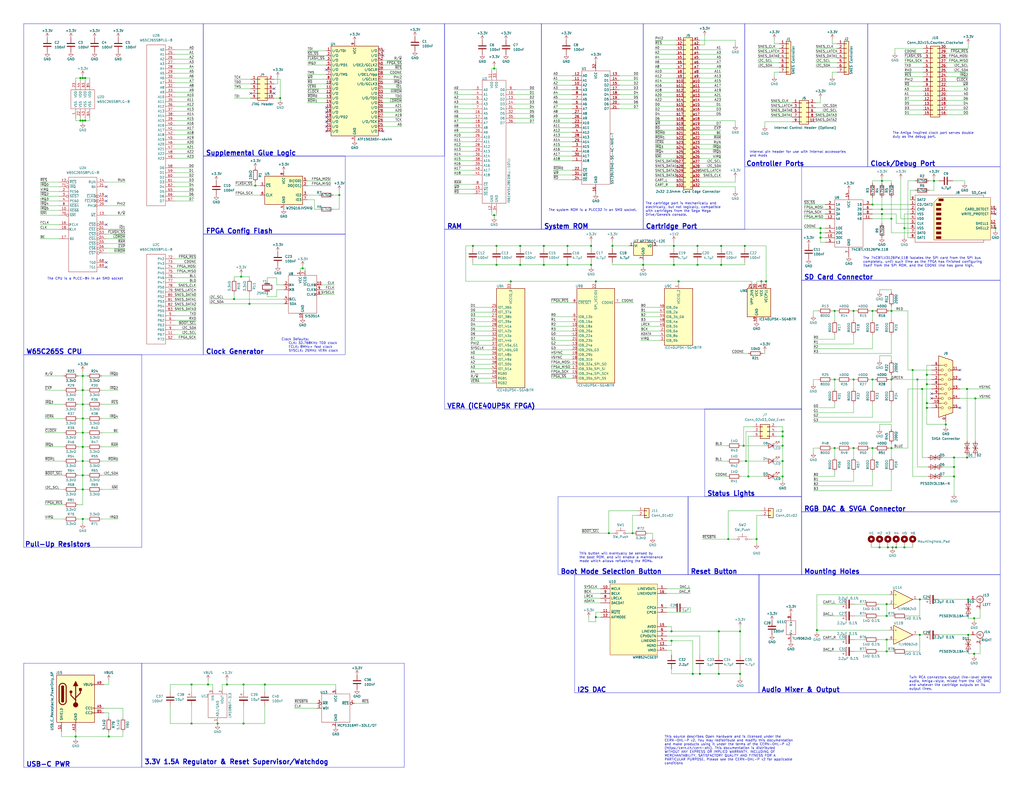
<source format=kicad_sch>
(kicad_sch (version 20230121) (generator eeschema)
  (paper "User" 550.012 424.993)
  (title_block (title "Sentinel 65X V2 Rev0") (date "2023-12-16") (rev "0") (company "Studio 8502") (comment 1 "Licensed under CERN-OHL-P v2") (comment 2 "Copyright © 2023 Kyle J Cardoza, Studio 8502") (comment 3 "Dedicated to the memory of Earl William \"Madman\" Muntz"))
  (junction (at 45.72 41.91))
  (junction (at 519.43 208.915))
  (junction (at 534.67 122.555))
  (junction (at 520.065 321.945))
  (junction (at 508 227.965))
  (junction (at 520.065 340.995))
  (junction (at 44.45 247.65))
  (junction (at 408.94 151.13))
  (junction (at 497.84 219.075))
  (junction (at 476.25 349.885))
  (junction (at 481.33 294.005))
  (junction (at 137.16 99.695))
  (junction (at 130.81 388.62))
  (junction (at 116.84 388.62))
  (junction (at 519.43 245.745))
  (junction (at 111.76 367.665))
  (junction (at 372.11 361.95))
  (junction (at 133.985 163.195))
  (junction (at 448.31 167.005))
  (junction (at 473.71 112.395))
  (junction (at 512.445 245.745))
  (junction (at 142.24 367.665))
  (junction (at 401.955 255.905))
  (junction (at 44.45 255.27))
  (junction (at 44.45 41.91))
  (junction (at 361.95 142.24))
  (junction (at 317.5 132.08))
  (junction (at 361.95 132.08))
  (junction (at 420.37 247.65))
  (junction (at 40.64 395.605))
  (junction (at 523.24 351.155))
  (junction (at 476.25 324.485))
  (junction (at 182.245 104.775))
  (junction (at 485.775 122.555))
  (junction (at 304.8 132.08))
  (junction (at 265.43 115.57))
  (junction (at 44.45 278.765))
  (junction (at 374.65 132.08))
  (junction (at 339.725 286.385))
  (junction (at 292.1 142.24))
  (junction (at 360.68 344.17))
  (junction (at 468.63 167.005))
  (junction (at 458.47 167.005))
  (junction (at 279.4 142.24))
  (junction (at 523.24 332.105))
  (junction (at 397.51 361.95))
  (junction (at 43.18 41.91))
  (junction (at 479.425 294.005))
  (junction (at 512.445 255.905))
  (junction (at 44.45 64.77))
  (junction (at 265.43 36.83))
  (junction (at 360.68 339.09))
  (junction (at 420.37 231.775))
  (junction (at 458.47 240.665))
  (junction (at 43.18 64.77))
  (junction (at 129.54 148.59))
  (junction (at 497.84 206.375))
  (junction (at 125.73 160.655))
  (junction (at 492.76 203.835))
  (junction (at 44.45 217.17))
  (junction (at 102.87 367.665))
  (junction (at 438.785 338.455))
  (junction (at 440.69 122.555))
  (junction (at 497.84 201.295))
  (junction (at 420.37 255.905))
  (junction (at 292.1 132.08))
  (junction (at 279.4 132.08))
  (junction (at 468.63 109.855))
  (junction (at 44.45 262.89))
  (junction (at 476.25 343.535))
  (junction (at 44.45 201.93))
  (junction (at 44.45 240.03))
  (junction (at 386.08 339.09))
  (junction (at 476.25 330.835))
  (junction (at 494.03 321.945))
  (junction (at 387.35 142.24))
  (junction (at 317.5 142.24))
  (junction (at 374.65 142.24))
  (junction (at 478.79 117.475))
  (junction (at 386.08 361.95))
  (junction (at 440.69 127.635))
  (junction (at 494.03 340.995))
  (junction (at 102.87 388.62))
  (junction (at 406.4 289.56))
  (junction (at 490.22 198.755))
  (junction (at 58.42 395.605))
  (junction (at 485.775 294.005))
  (junction (at 497.84 216.535))
  (junction (at 150.495 52.705))
  (junction (at 478.79 203.835))
  (junction (at 44.45 224.79))
  (junction (at 495.3 208.915))
  (junction (at 328.93 132.08))
  (junction (at 266.7 142.24))
  (junction (at 478.79 167.005))
  (junction (at 523.875 213.995))
  (junction (at 473.71 97.155))
  (junction (at 391.16 289.56))
  (junction (at 440.69 125.095))
  (junction (at 476.885 294.005))
  (junction (at 44.45 209.55))
  (junction (at 468.63 240.665))
  (junction (at 397.51 339.09))
  (junction (at 448.31 203.835))
  (junction (at 45.72 64.77))
  (junction (at 327.025 286.385))
  (junction (at 512.445 250.825))
  (junction (at 320.04 151.13))
  (junction (at 274.32 151.13))
  (junction (at 254 132.08))
  (junction (at 458.47 203.835))
  (junction (at 345.44 142.24))
  (junction (at 468.63 203.835))
  (junction (at 501.65 97.155))
  (junction (at 472.44 294.005))
  (junction (at 411.48 151.13))
  (junction (at 162.56 144.145))
  (junction (at 478.79 240.665))
  (junction (at 473.71 114.935))
  (junction (at 121.92 367.665))
  (junction (at 387.35 132.08))
  (junction (at 399.415 239.395))
  (junction (at 266.7 132.08))
  (junction (at 44.45 232.41))
  (junction (at 420.37 234.315))
  (junction (at 400.05 132.08))
  (junction (at 448.31 240.665))
  (junction (at 375.92 361.95))
  (junction (at 420.37 239.395))
  (junction (at 320.04 331.47))
  (junction (at 400.685 247.65))
  (junction (at 130.81 367.665))
  (junction (at 364.49 151.13))
  (junction (at 304.8 142.24))
  (no_connect (at 515.62 203.835))
  (no_connect (at 500.38 211.455))
  (no_connect (at 57.15 140.97))
  (no_connect (at 175.26 60.325))
  (no_connect (at 57.15 100.33))
  (no_connect (at 205.74 29.845))
  (no_connect (at 175.26 62.865))
  (no_connect (at 147.32 47.625))
  (no_connect (at 57.15 143.51))
  (no_connect (at 205.74 27.305))
  (no_connect (at 147.32 50.165))
  (no_connect (at 515.62 198.755))
  (no_connect (at 57.15 120.65))
  (no_connect (at 534.67 112.395))
  (no_connect (at 175.26 67.945))
  (no_connect (at 175.26 37.465))
  (no_connect (at 515.62 219.075))
  (no_connect (at 534.67 114.935))
  (no_connect (at 175.26 57.785))
  (no_connect (at 500.38 213.995))
  (no_connect (at 205.74 70.485))
  (no_connect (at 175.26 70.485))
  (no_connect (at 57.15 105.41))
  (no_connect (at 57.15 107.95))
  (no_connect (at 134.62 50.165))
  (no_connect (at 175.26 65.405))
  (wire (pts (xy 495.935 48.895) (xy 485.775 48.895)))
  (wire (pts (xy 358.14 341.63) (xy 375.92 341.63)))
  (wire (pts (xy 431.8 117.475) (xy 443.23 117.475)))
  (wire (pts (xy 351.79 54.61) (xy 363.22 54.61)))
  (wire (pts (xy 468.63 109.855) (xy 488.95 109.855)))
  (wire (pts (xy 312.42 286.385) (xy 327.025 286.385)))
  (wire (pts (xy 363.22 62.23) (xy 351.79 62.23)))
  (wire (pts (xy 495.935 43.815) (xy 485.775 43.815)))
  (wire (pts (xy 485.775 28.575) (xy 495.935 28.575)))
  (wire (pts (xy 351.79 36.83) (xy 363.22 36.83)))
  (wire (pts (xy 468.63 240.665) (xy 469.9 240.665)))
  (wire (pts (xy 431.8 112.395) (xy 443.23 112.395)))
  (wire (pts (xy 476.25 343.535) (xy 476.25 349.885)))
  (wire (pts (xy 276.86 66.04) (xy 287.02 66.04)))
  (wire (pts (xy 190.5 377.825) (xy 198.12 377.825)))
  (wire (pts (xy 523.24 351.155) (xy 526.415 351.155)))
  (wire (pts (xy 478.79 201.295) (xy 478.79 203.835)))
  (wire (pts (xy 40.64 41.91) (xy 40.64 43.18)))
  (wire (pts (xy 492.76 203.835) (xy 492.76 250.825)))
  (wire (pts (xy 351.79 77.47) (xy 363.22 77.47)))
  (wire (pts (xy 345.44 139.7) (xy 345.44 142.24)))
  (wire (pts (xy 458.47 167.005) (xy 458.47 172.085)))
  (wire (pts (xy 162.56 144.145) (xy 163.83 144.145)))
  (wire (pts (xy 375.92 41.91) (xy 387.35 41.91)))
  (wire (pts (xy 21.59 97.79) (xy 31.75 97.79)))
  (wire (pts (xy 254 68.58) (xy 243.84 68.58)))
  (wire (pts (xy 495.3 208.915) (xy 500.38 208.915)))
  (wire (pts (xy 360.68 344.17) (xy 372.11 344.17)))
  (wire (pts (xy 243.84 93.98) (xy 254 93.98)))
  (wire (pts (xy 375.92 24.13) (xy 378.46 24.13)))
  (wire (pts (xy 304.8 132.08) (xy 304.8 133.35)))
  (wire (pts (xy 398.145 255.905) (xy 401.955 255.905)))
  (wire (pts (xy 520.065 61.595) (xy 508.635 61.595)))
  (wire (pts (xy 436.88 226.695) (xy 478.79 226.695)))
  (wire (pts (xy 492.76 340.995) (xy 494.03 340.995)))
  (wire (pts (xy 436.88 184.785) (xy 458.47 184.785)))
  (wire (pts (xy 384.175 255.905) (xy 390.525 255.905)))
  (wire (pts (xy 279.4 140.97) (xy 279.4 142.24)))
  (wire (pts (xy 252.73 182.88) (xy 264.16 182.88)))
  (wire (pts (xy 276.86 60.96) (xy 287.02 60.96)))
  (wire (pts (xy 205.74 40.005) (xy 215.9 40.005)))
  (wire (pts (xy 351.79 72.39) (xy 363.22 72.39)))
  (wire (pts (xy 497.84 206.375) (xy 500.38 206.375)))
  (wire (pts (xy 264.16 115.57) (xy 265.43 115.57)))
  (wire (pts (xy 487.045 349.885) (xy 494.03 349.885)))
  (wire (pts (xy 344.17 167.64) (xy 354.33 167.64)))
  (wire (pts (xy 279.4 132.08) (xy 292.1 132.08)))
  (wire (pts (xy 520.065 23.495) (xy 520.065 26.035)))
  (wire (pts (xy 497.84 216.535) (xy 497.84 219.075)))
  (wire (pts (xy 494.03 340.995) (xy 496.57 340.995)))
  (wire (pts (xy 459.105 349.885) (xy 464.185 349.885)))
  (wire (pts (xy 295.91 200.66) (xy 307.34 200.66)))
  (wire (pts (xy 415.925 20.955) (xy 415.925 23.495)))
  (wire (pts (xy 401.955 255.905) (xy 410.21 255.905)))
  (wire (pts (xy 441.96 343.535) (xy 451.485 343.535)))
  (wire (pts (xy 254 66.04) (xy 243.84 66.04)))
  (wire (pts (xy 494.03 340.995) (xy 494.03 349.885)))
  (wire (pts (xy 478.79 238.125) (xy 478.79 240.665)))
  (wire (pts (xy 351.79 39.37) (xy 363.22 39.37)))
  (wire (pts (xy 93.98 52.07) (xy 104.14 52.07)))
  (wire (pts (xy 495.935 51.435) (xy 485.775 51.435)))
  (wire (pts (xy 483.87 95.885) (xy 483.87 117.475)))
  (wire (pts (xy 351.79 34.29) (xy 363.22 34.29)))
  (wire (pts (xy 410.845 65.405) (xy 410.845 67.945)))
  (wire (pts (xy 459.105 343.535) (xy 464.185 343.535)))
  (wire (pts (xy 494.03 321.945) (xy 496.57 321.945)))
  (wire (pts (xy 276.86 48.26) (xy 287.02 48.26)))
  (wire (pts (xy 485.775 122.555) (xy 485.775 127.635)))
  (wire (pts (xy 523.24 332.105) (xy 523.24 333.375)))
  (wire (pts (xy 182.245 102.235) (xy 182.245 104.775)))
  (wire (pts (xy 417.83 255.905) (xy 420.37 255.905)))
  (wire (pts (xy 384.175 239.395) (xy 390.525 239.395)))
  (wire (pts (xy 63.5 278.765) (xy 54.61 278.765)))
  (wire (pts (xy 93.98 107.95) (xy 104.14 107.95)))
  (wire (pts (xy 215.9 50.165) (xy 205.74 50.165)))
  (wire (pts (xy 93.98 39.37) (xy 104.14 39.37)))
  (wire (pts (xy 93.98 151.765) (xy 105.41 151.765)))
  (wire (pts (xy 420.37 255.905) (xy 420.37 258.445)))
  (wire (pts (xy 24.13 201.93) (xy 34.29 201.93)))
  (wire (pts (xy 351.79 90.17) (xy 363.22 90.17)))
  (wire (pts (xy 102.87 388.62) (xy 116.84 388.62)))
  (wire (pts (xy 476.25 330.835) (xy 479.425 330.835)))
  (wire (pts (xy 148.59 155.575) (xy 148.59 159.385)))
  (wire (pts (xy 121.92 365.125) (xy 121.92 367.665)))
  (wire (pts (xy 21.59 120.65) (xy 31.75 120.65)))
  (wire (pts (xy 243.84 99.06) (xy 254 99.06)))
  (wire (pts (xy 93.98 179.705) (xy 105.41 179.705)))
  (wire (pts (xy 512.445 255.905) (xy 512.445 265.43)))
  (wire (pts (xy 351.79 100.33) (xy 363.22 100.33)))
  (wire (pts (xy 406.4 276.86) (xy 406.4 289.56)))
  (wire (pts (xy 487.68 167.005) (xy 487.68 198.755)))
  (wire (pts (xy 44.45 217.17) (xy 44.45 224.79)))
  (wire (pts (xy 119.38 367.665) (xy 119.38 370.205)))
  (wire (pts (xy 468.63 97.155) (xy 468.63 98.425)))
  (wire (pts (xy 480.695 26.035) (xy 480.695 28.575)))
  (wire (pts (xy 417.83 239.395) (xy 420.37 239.395)))
  (wire (pts (xy 93.98 169.545) (xy 105.41 169.545)))
  (wire (pts (xy 44.45 199.39) (xy 44.45 201.93)))
  (wire (pts (xy 440.69 125.095) (xy 443.23 125.095)))
  (wire (pts (xy 274.32 151.13) (xy 274.32 152.4)))
  (wire (pts (xy 292.1 132.08) (xy 304.8 132.08)))
  (wire (pts (xy 394.97 21.59) (xy 394.97 24.13)))
  (wire (pts (xy 449.58 33.655) (xy 438.15 33.655)))
  (wire (pts (xy 307.34 55.88) (xy 297.18 55.88)))
  (wire (pts (xy 458.47 167.005) (xy 459.74 167.005)))
  (wire (pts (xy 40.64 63.5) (xy 40.64 64.77)))
  (wire (pts (xy 250.19 132.08) (xy 254 132.08)))
  (wire (pts (xy 175.26 47.625) (xy 165.1 47.625)))
  (wire (pts (xy 431.8 114.935) (xy 443.23 114.935)))
  (wire (pts (xy 292.1 140.97) (xy 292.1 142.24)))
  (wire (pts (xy 320.04 151.13) (xy 364.49 151.13)))
  (wire (pts (xy 436.88 182.245) (xy 448.31 182.245)))
  (wire (pts (xy 438.785 319.405) (xy 477.52 319.405)))
  (wire (pts (xy 24.13 240.03) (xy 34.29 240.03)))
  (wire (pts (xy 508.635 46.355) (xy 520.065 46.355)))
  (wire (pts (xy 386.08 359.41) (xy 386.08 361.95)))
  (wire (pts (xy 133.985 163.195) (xy 152.4 163.195)))
  (wire (pts (xy 468.63 114.935) (xy 473.71 114.935)))
  (wire (pts (xy 44.45 224.79) (xy 44.45 232.41)))
  (wire (pts (xy 375.92 361.95) (xy 386.08 361.95)))
  (wire (pts (xy 485.775 33.655) (xy 495.935 33.655)))
  (wire (pts (xy 328.93 132.08) (xy 337.82 132.08)))
  (wire (pts (xy 41.91 217.17) (xy 44.45 217.17)))
  (wire (pts (xy 375.92 341.63) (xy 375.92 351.79)))
  (wire (pts (xy 375.92 359.41) (xy 375.92 361.95)))
  (wire (pts (xy 520.065 28.575) (xy 508.635 28.575)))
  (wire (pts (xy 476.885 293.37) (xy 476.885 294.005)))
  (wire (pts (xy 438.15 57.785) (xy 449.58 57.785)))
  (wire (pts (xy 472.44 227.965) (xy 478.79 227.965)))
  (wire (pts (xy 488.95 102.235) (xy 488.95 107.315)))
  (wire (pts (xy 41.91 232.41) (xy 44.45 232.41)))
  (wire (pts (xy 438.15 65.405) (xy 449.58 65.405)))
  (wire (pts (xy 425.45 55.245) (xy 414.02 55.245)))
  (wire (pts (xy 304.8 140.97) (xy 304.8 142.24)))
  (wire (pts (xy 504.19 321.945) (xy 520.065 321.945)))
  (wire (pts (xy 375.92 54.61) (xy 387.35 54.61)))
  (wire (pts (xy 448.31 253.365) (xy 448.31 255.905)))
  (wire (pts (xy 501.65 97.155) (xy 501.65 102.235)))
  (wire (pts (xy 44.45 240.03) (xy 44.45 247.65)))
  (wire (pts (xy 93.98 36.83) (xy 104.14 36.83)))
  (wire (pts (xy 478.79 167.005) (xy 478.79 172.085)))
  (wire (pts (xy 125.73 47.625) (xy 134.62 47.625)))
  (wire (pts (xy 46.99 201.93) (xy 44.45 201.93)))
  (wire (pts (xy 252.73 200.66) (xy 264.16 200.66)))
  (wire (pts (xy 265.43 115.57) (xy 266.7 115.57)))
  (wire (pts (xy 374.65 142.24) (xy 361.95 142.24)))
  (wire (pts (xy 93.98 67.31) (xy 104.14 67.31)))
  (wire (pts (xy 361.95 132.08) (xy 361.95 133.35)))
  (wire (pts (xy 448.31 203.835) (xy 448.31 208.915)))
  (wire (pts (xy 172.72 153.035) (xy 179.705 153.035)))
  (wire (pts (xy 295.91 187.96) (xy 307.34 187.96)))
  (wire (pts (xy 126.365 99.695) (xy 137.16 99.695)))
  (wire (pts (xy 142.24 379.095) (xy 142.24 388.62)))
  (wire (pts (xy 182.245 104.775) (xy 182.245 112.395)))
  (wire (pts (xy 243.84 86.36) (xy 254 86.36)))
  (wire (pts (xy 467.36 167.005) (xy 468.63 167.005)))
  (wire (pts (xy 506.095 255.905) (xy 512.445 255.905)))
  (wire (pts (xy 520.065 330.835) (xy 520.065 332.105)))
  (wire (pts (xy 467.36 240.665) (xy 468.63 240.665)))
  (wire (pts (xy 440.69 125.095) (xy 440.69 127.635)))
  (wire (pts (xy 418.465 26.035) (xy 407.035 26.035)))
  (wire (pts (xy 44.45 278.765) (xy 44.45 281.305)))
  (wire (pts (xy 473.71 95.885) (xy 473.71 97.155)))
  (wire (pts (xy 519.43 208.915) (xy 519.43 236.855)))
  (wire (pts (xy 468.63 167.005) (xy 469.9 167.005)))
  (wire (pts (xy 63.5 240.03) (xy 54.61 240.03)))
  (wire (pts (xy 440.69 122.555) (xy 440.69 125.095)))
  (wire (pts (xy 344.17 180.34) (xy 354.33 180.34)))
  (wire (pts (xy 148.59 149.225) (xy 148.59 153.035)))
  (wire (pts (xy 438.15 62.865) (xy 449.58 62.865)))
  (wire (pts (xy 252.73 185.42) (xy 264.16 185.42)))
  (wire (pts (xy 361.95 129.54) (xy 361.95 132.08)))
  (wire (pts (xy 487.68 97.155) (xy 487.68 127.635)))
  (wire (pts (xy 339.725 276.86) (xy 342.265 276.86)))
  (wire (pts (xy 93.98 77.47) (xy 104.14 77.47)))
  (wire (pts (xy 478.79 191.135) (xy 478.79 193.675)))
  (wire (pts (xy 24.13 255.27) (xy 34.29 255.27)))
  (wire (pts (xy 93.98 41.91) (xy 104.14 41.91)))
  (wire (pts (xy 420.37 229.235) (xy 420.37 231.775)))
  (wire (pts (xy 252.73 198.12) (xy 264.16 198.12)))
  (wire (pts (xy 375.92 36.83) (xy 387.35 36.83)))
  (wire (pts (xy 508 227.965) (xy 508 226.695)))
  (wire (pts (xy 520.065 321.945) (xy 520.065 323.215)))
  (wire (pts (xy 410.845 188.595) (xy 410.845 189.865)))
  (wire (pts (xy 93.98 141.605) (xy 105.41 141.605)))
  (wire (pts (xy 254 50.8) (xy 243.84 50.8)))
  (wire (pts (xy 399.415 239.395) (xy 410.21 239.395)))
  (wire (pts (xy 205.74 65.405) (xy 215.9 65.405)))
  (wire (pts (xy 41.91 271.145) (xy 44.45 271.145)))
  (wire (pts (xy 328.93 132.08) (xy 328.93 133.35)))
  (wire (pts (xy 473.71 106.045) (xy 473.71 112.395)))
  (wire (pts (xy 243.84 83.82) (xy 254 83.82)))
  (wire (pts (xy 448.31 216.535) (xy 448.31 219.075)))
  (wire (pts (xy 468.63 106.045) (xy 468.63 109.855)))
  (wire (pts (xy 63.5 247.65) (xy 54.61 247.65)))
  (wire (pts (xy 250.19 151.13) (xy 274.32 151.13)))
  (wire (pts (xy 264.16 114.3) (xy 264.16 115.57)))
  (wire (pts (xy 436.88 219.075) (xy 448.31 219.075)))
  (wire (pts (xy 468.63 97.155) (xy 473.71 97.155)))
  (wire (pts (xy 102.87 379.095) (xy 102.87 388.62)))
  (wire (pts (xy 375.92 64.77) (xy 394.97 64.77)))
  (wire (pts (xy 415.925 38.735) (xy 418.465 38.735)))
  (wire (pts (xy 518.16 97.155) (xy 518.16 98.425)))
  (wire (pts (xy 316.23 334.01) (xy 320.04 334.01)))
  (wire (pts (xy 483.87 117.475) (xy 488.95 117.475)))
  (wire (pts (xy 175.26 45.085) (xy 165.1 45.085)))
  (wire (pts (xy 165.1 107.315) (xy 168.91 107.315)))
  (wire (pts (xy 307.34 91.44) (xy 297.18 91.44)))
  (wire (pts (xy 307.34 73.66) (xy 297.18 73.66)))
  (wire (pts (xy 458.47 179.705) (xy 458.47 184.785)))
  (wire (pts (xy 46.99 240.03) (xy 44.45 240.03)))
  (wire (pts (xy 387.35 142.24) (xy 400.05 142.24)))
  (wire (pts (xy 459.105 324.485) (xy 464.185 324.485)))
  (wire (pts (xy 481.33 114.935) (xy 481.33 120.015)))
  (wire (pts (xy 313.69 323.85) (xy 322.58 323.85)))
  (wire (pts (xy 508.635 31.115) (xy 520.065 31.115)))
  (wire (pts (xy 375.92 80.01) (xy 387.35 80.01)))
  (wire (pts (xy 43.18 41.91) (xy 43.18 43.18)))
  (wire (pts (xy 508 229.235) (xy 508 227.965)))
  (wire (pts (xy 168.91 107.315) (xy 168.91 112.395)))
  (wire (pts (xy 295.91 195.58) (xy 307.34 195.58)))
  (wire (pts (xy 93.98 95.25) (xy 104.14 95.25)))
  (wire (pts (xy 363.22 59.69) (xy 351.79 59.69)))
  (wire (pts (xy 116.84 389.255) (xy 116.84 388.62)))
  (wire (pts (xy 508.635 53.975) (xy 520.065 53.975)))
  (wire (pts (xy 345.44 142.24) (xy 345.44 143.51)))
  (wire (pts (xy 394.97 100.33) (xy 394.97 102.87)))
  (wire (pts (xy 512.445 245.745) (xy 519.43 245.745)))
  (wire (pts (xy 46.99 255.27) (xy 44.45 255.27)))
  (wire (pts (xy 468.63 167.005) (xy 468.63 172.085)))
  (wire (pts (xy 418.465 33.655) (xy 407.035 33.655)))
  (wire (pts (xy 279.4 132.08) (xy 279.4 133.35)))
  (wire (pts (xy 473.71 114.935) (xy 481.33 114.935)))
  (wire (pts (xy 307.34 93.98) (xy 297.18 93.98)))
  (wire (pts (xy 420.37 247.65) (xy 420.37 255.905)))
  (wire (pts (xy 44.45 41.91) (xy 45.72 41.91)))
  (wire (pts (xy 320.04 151.13) (xy 320.04 152.4)))
  (wire (pts (xy 327.025 274.32) (xy 327.025 286.385)))
  (wire (pts (xy 307.34 60.96) (xy 297.18 60.96)))
  (wire (pts (xy 358.14 336.55) (xy 360.68 336.55)))
  (wire (pts (xy 43.18 64.77) (xy 44.45 64.77)))
  (wire (pts (xy 320.04 328.93) (xy 322.58 328.93)))
  (wire (pts (xy 48.26 41.91) (xy 48.26 43.18)))
  (wire (pts (xy 252.73 172.72) (xy 264.16 172.72)))
  (wire (pts (xy 24.13 278.765) (xy 34.29 278.765)))
  (wire (pts (xy 497.84 219.075) (xy 497.84 227.965)))
  (wire (pts (xy 307.34 53.34) (xy 297.18 53.34)))
  (wire (pts (xy 420.37 239.395) (xy 420.37 247.65)))
  (wire (pts (xy 477.52 167.005) (xy 478.79 167.005)))
  (wire (pts (xy 93.98 161.925) (xy 105.41 161.925)))
  (wire (pts (xy 351.79 29.21) (xy 363.22 29.21)))
  (wire (pts (xy 387.35 140.97) (xy 387.35 142.24)))
  (wire (pts (xy 468.63 203.835) (xy 469.9 203.835)))
  (wire (pts (xy 93.98 92.71) (xy 104.14 92.71)))
  (wire (pts (xy 254 71.12) (xy 243.84 71.12)))
  (wire (pts (xy 254 132.08) (xy 254 133.35)))
  (wire (pts (xy 279.4 142.24) (xy 292.1 142.24)))
  (wire (pts (xy 473.71 97.155) (xy 473.71 98.425)))
  (wire (pts (xy 58.42 382.905) (xy 58.42 385.445)))
  (wire (pts (xy 265.43 36.83) (xy 266.7 36.83)))
  (wire (pts (xy 520.065 349.885) (xy 520.065 351.155)))
  (wire (pts (xy 481.33 293.37) (xy 481.33 294.005)))
  (wire (pts (xy 295.91 162.56) (xy 307.34 162.56)))
  (wire (pts (xy 21.59 100.33) (xy 31.75 100.33)))
  (wire (pts (xy 391.16 289.56) (xy 393.7 289.56)))
  (wire (pts (xy 243.84 88.9) (xy 254 88.9)))
  (wire (pts (xy 397.51 359.41) (xy 397.51 361.95)))
  (wire (pts (xy 415.925 38.735) (xy 415.925 41.275)))
  (wire (pts (xy 410.845 65.405) (xy 425.45 65.405)))
  (wire (pts (xy 58.42 367.665) (xy 55.88 367.665)))
  (wire (pts (xy 252.73 180.34) (xy 264.16 180.34)))
  (wire (pts (xy 252.73 203.2) (xy 264.16 203.2)))
  (wire (pts (xy 478.79 216.535) (xy 478.79 226.695)))
  (wire (pts (xy 447.04 240.665) (xy 448.31 240.665)))
  (wire (pts (xy 40.64 395.605) (xy 40.64 396.875)))
  (wire (pts (xy 387.35 132.08) (xy 400.05 132.08)))
  (wire (pts (xy 497.84 196.215) (xy 497.84 201.295)))
  (wire (pts (xy 116.84 388.62) (xy 130.81 388.62)))
  (wire (pts (xy 252.73 177.8) (xy 264.16 177.8)))
  (wire (pts (xy 472.44 191.135) (xy 472.44 193.675)))
  (wire (pts (xy 344.17 172.72) (xy 354.33 172.72)))
  (wire (pts (xy 409.575 189.865) (xy 410.845 189.865)))
  (wire (pts (xy 332.74 50.8) (xy 342.9 50.8)))
  (wire (pts (xy 508.635 26.035) (xy 520.065 26.035)))
  (wire (pts (xy 252.73 165.1) (xy 264.16 165.1)))
  (wire (pts (xy 473.71 97.155) (xy 478.79 97.155)))
  (wire (pts (xy 93.98 72.39) (xy 104.14 72.39)))
  (wire (pts (xy 67.31 130.81) (xy 57.15 130.81)))
  (wire (pts (xy 55.88 382.905) (xy 58.42 382.905)))
  (wire (pts (xy 512.445 250.825) (xy 512.445 255.905)))
  (wire (pts (xy 147.32 52.705) (xy 150.495 52.705)))
  (wire (pts (xy 403.86 289.56) (xy 406.4 289.56)))
  (wire (pts (xy 252.73 193.04) (xy 264.16 193.04)))
  (wire (pts (xy 41.91 262.89) (xy 44.45 262.89)))
  (wire (pts (xy 66.04 393.065) (xy 66.04 395.605)))
  (wire (pts (xy 375.92 57.15) (xy 387.35 57.15)))
  (wire (pts (xy 478.79 164.465) (xy 478.79 167.005)))
  (wire (pts (xy 351.79 92.71) (xy 363.22 92.71)))
  (wire (pts (xy 55.88 380.365) (xy 66.04 380.365)))
  (wire (pts (xy 265.43 115.57) (xy 265.43 116.84)))
  (wire (pts (xy 458.47 240.665) (xy 459.74 240.665)))
  (wire (pts (xy 374.65 140.97) (xy 374.65 142.24)))
  (wire (pts (xy 93.98 100.33) (xy 104.14 100.33)))
  (wire (pts (xy 295.91 182.88) (xy 307.34 182.88)))
  (wire (pts (xy 104.14 26.67) (xy 93.98 26.67)))
  (wire (pts (xy 485.775 114.935) (xy 485.775 122.555)))
  (wire (pts (xy 205.74 32.385) (xy 215.9 32.385)))
  (wire (pts (xy 449.58 26.035) (xy 438.15 26.035)))
  (wire (pts (xy 417.195 229.235) (xy 420.37 229.235)))
  (wire (pts (xy 360.68 359.41) (xy 360.68 361.95)))
  (wire (pts (xy 93.98 62.23) (xy 104.14 62.23)))
  (wire (pts (xy 504.19 340.995) (xy 520.065 340.995)))
  (wire (pts (xy 125.73 45.085) (xy 134.62 45.085)))
  (wire (pts (xy 344.17 177.8) (xy 354.33 177.8)))
  (wire (pts (xy 63.5 217.17) (xy 54.61 217.17)))
  (wire (pts (xy 33.02 393.065) (xy 33.02 395.605)))
  (wire (pts (xy 485.775 294.005) (xy 490.22 294.005)))
  (wire (pts (xy 447.04 38.735) (xy 447.04 41.275)))
  (wire (pts (xy 350.52 286.385) (xy 350.52 288.925)))
  (wire (pts (xy 125.73 42.545) (xy 134.62 42.545)))
  (wire (pts (xy 93.98 31.75) (xy 104.14 31.75)))
  (wire (pts (xy 495.935 53.975) (xy 485.775 53.975)))
  (wire (pts (xy 344.17 165.1) (xy 354.33 165.1)))
  (wire (pts (xy 375.92 72.39) (xy 387.35 72.39)))
  (wire (pts (xy 436.88 263.525) (xy 478.79 263.525)))
  (wire (pts (xy 468.63 112.395) (xy 473.71 112.395)))
  (wire (pts (xy 266.7 132.08) (xy 266.7 133.35)))
  (wire (pts (xy 436.88 224.155) (xy 468.63 224.155)))
  (wire (pts (xy 93.98 80.01) (xy 104.14 80.01)))
  (wire (pts (xy 508.635 59.055) (xy 520.065 59.055)))
  (wire (pts (xy 121.92 367.665) (xy 130.81 367.665)))
  (wire (pts (xy 425.45 62.865) (xy 414.02 62.865)))
  (wire (pts (xy 252.73 170.18) (xy 264.16 170.18)))
  (wire (pts (xy 485.775 293.37) (xy 485.775 294.005)))
  (wire (pts (xy 485.775 36.195) (xy 495.935 36.195)))
  (wire (pts (xy 215.9 67.945) (xy 205.74 67.945)))
  (wire (pts (xy 499.11 97.155) (xy 501.65 97.155)))
  (wire (pts (xy 149.225 41.275) (xy 149.225 45.085)))
  (wire (pts (xy 67.31 115.57) (xy 57.15 115.57)))
  (wire (pts (xy 345.44 142.24) (xy 361.95 142.24)))
  (wire (pts (xy 375.92 44.45) (xy 387.35 44.45)))
  (wire (pts (xy 481.33 120.015) (xy 488.95 120.015)))
  (wire (pts (xy 66.04 380.365) (xy 66.04 385.445)))
  (wire (pts (xy 458.47 203.835) (xy 458.47 208.915)))
  (wire (pts (xy 519.43 245.745) (xy 523.875 245.745)))
  (wire (pts (xy 449.58 36.195) (xy 438.15 36.195)))
  (wire (pts (xy 292.1 132.08) (xy 292.1 133.35)))
  (wire (pts (xy 492.76 321.945) (xy 494.03 321.945)))
  (wire (pts (xy 406.4 276.86) (xy 408.94 276.86)))
  (wire (pts (xy 93.98 97.79) (xy 104.14 97.79)))
  (wire (pts (xy 458.47 203.835) (xy 459.74 203.835)))
  (wire (pts (xy 143.51 159.385) (xy 148.59 159.385)))
  (wire (pts (xy 387.35 142.24) (xy 374.65 142.24)))
  (wire (pts (xy 353.06 132.08) (xy 361.95 132.08)))
  (wire (pts (xy 58.42 395.605) (xy 66.04 395.605)))
  (wire (pts (xy 276.86 58.42) (xy 287.02 58.42)))
  (wire (pts (xy 397.51 339.09) (xy 397.51 351.79)))
  (wire (pts (xy 438.785 319.405) (xy 438.785 338.455)))
  (wire (pts (xy 400.685 231.775) (xy 404.495 231.775)))
  (wire (pts (xy 375.92 92.71) (xy 387.35 92.71)))
  (wire (pts (xy 420.37 231.775) (xy 420.37 234.315)))
  (wire (pts (xy 397.51 361.95) (xy 397.51 364.49)))
  (wire (pts (xy 63.5 232.41) (xy 54.61 232.41)))
  (wire (pts (xy 515.62 208.915) (xy 519.43 208.915)))
  (wire (pts (xy 495.935 38.735) (xy 485.775 38.735)))
  (wire (pts (xy 375.92 90.17) (xy 387.35 90.17)))
  (wire (pts (xy 297.18 83.82) (xy 307.34 83.82)))
  (wire (pts (xy 93.98 149.225) (xy 105.41 149.225)))
  (wire (pts (xy 436.88 260.985) (xy 468.63 260.985)))
  (wire (pts (xy 307.34 96.52) (xy 297.18 96.52)))
  (wire (pts (xy 295.91 170.18) (xy 307.34 170.18)))
  (wire (pts (xy 459.105 330.835) (xy 464.185 330.835)))
  (wire (pts (xy 215.9 57.785) (xy 205.74 57.785)))
  (wire (pts (xy 478.79 106.045) (xy 478.79 117.475)))
  (wire (pts (xy 400.05 140.97) (xy 400.05 142.24)))
  (wire (pts (xy 147.32 42.545) (xy 150.495 42.545)))
  (wire (pts (xy 297.18 81.28) (xy 307.34 81.28)))
  (wire (pts (xy 478.79 227.965) (xy 478.79 230.505)))
  (wire (pts (xy 180.34 367.665) (xy 180.34 370.205)))
  (wire (pts (xy 358.14 328.93) (xy 370.84 328.93)))
  (wire (pts (xy 93.98 29.21) (xy 104.14 29.21)))
  (wire (pts (xy 254 76.2) (xy 243.84 76.2)))
  (wire (pts (xy 254 73.66) (xy 243.84 73.66)))
  (wire (pts (xy 252.73 205.74) (xy 264.16 205.74)))
  (wire (pts (xy 363.22 49.53) (xy 351.79 49.53)))
  (wire (pts (xy 375.92 100.33) (xy 394.97 100.33)))
  (wire (pts (xy 403.86 151.13) (xy 403.86 152.4)))
  (wire (pts (xy 467.995 294.005) (xy 472.44 294.005)))
  (wire (pts (xy 307.34 63.5) (xy 297.18 63.5)))
  (wire (pts (xy 46.99 232.41) (xy 44.45 232.41)))
  (wire (pts (xy 495.935 61.595) (xy 485.775 61.595)))
  (wire (pts (xy 476.25 324.485) (xy 476.25 330.835)))
  (wire (pts (xy 400.685 247.65) (xy 410.21 247.65)))
  (wire (pts (xy 266.7 132.08) (xy 279.4 132.08)))
  (wire (pts (xy 488.95 102.235) (xy 491.49 102.235)))
  (wire (pts (xy 400.05 132.08) (xy 400.05 133.35)))
  (wire (pts (xy 339.725 286.385) (xy 340.36 286.385)))
  (wire (pts (xy 252.73 195.58) (xy 264.16 195.58)))
  (wire (pts (xy 501.65 95.885) (xy 501.65 97.155)))
  (wire (pts (xy 400.685 231.775) (xy 400.685 247.65)))
  (wire (pts (xy 93.98 172.085) (xy 105.41 172.085)))
  (wire (pts (xy 391.16 274.32) (xy 391.16 289.56)))
  (wire (pts (xy 317.5 142.24) (xy 317.5 143.51)))
  (wire (pts (xy 125.73 157.48) (xy 125.73 160.655)))
  (wire (pts (xy 93.98 164.465) (xy 105.41 164.465)))
  (wire (pts (xy 215.9 62.865) (xy 205.74 62.865)))
  (wire (pts (xy 172.72 158.115) (xy 179.705 158.115)))
  (wire (pts (xy 179.07 112.395) (xy 182.245 112.395)))
  (wire (pts (xy 438.785 338.455) (xy 438.785 339.725)))
  (wire (pts (xy 266.7 140.97) (xy 266.7 142.24)))
  (wire (pts (xy 320.04 331.47) (xy 320.04 334.01)))
  (wire (pts (xy 375.92 31.75) (xy 387.35 31.75)))
  (wire (pts (xy 441.96 330.835) (xy 451.485 330.835)))
  (wire (pts (xy 520.065 321.945) (xy 521.335 321.945)))
  (wire (pts (xy 497.84 196.215) (xy 500.38 196.215)))
  (wire (pts (xy 307.34 58.42) (xy 297.18 58.42)))
  (wire (pts (xy 93.98 34.29) (xy 104.14 34.29)))
  (wire (pts (xy 351.79 97.79) (xy 363.22 97.79)))
  (wire (pts (xy 375.92 67.31) (xy 387.35 67.31)))
  (wire (pts (xy 472.44 155.575) (xy 478.79 155.575)))
  (wire (pts (xy 347.98 286.385) (xy 350.52 286.385)))
  (wire (pts (xy 161.29 144.145) (xy 161.29 145.415)))
  (wire (pts (xy 143.51 159.385) (xy 143.51 158.115)))
  (wire (pts (xy 363.22 46.99) (xy 351.79 46.99)))
  (wire (pts (xy 93.98 44.45) (xy 104.14 44.45)))
  (wire (pts (xy 175.26 40.005) (xy 165.1 40.005)))
  (wire (pts (xy 386.08 339.09) (xy 386.08 351.79)))
  (wire (pts (xy 360.68 344.17) (xy 360.68 346.71)))
  (wire (pts (xy 57.15 125.73) (xy 67.31 125.73)))
  (wire (pts (xy 436.88 255.905) (xy 448.31 255.905)))
  (wire (pts (xy 338.455 286.385) (xy 339.725 286.385)))
  (wire (pts (xy 440.69 122.555) (xy 443.23 122.555)))
  (wire (pts (xy 448.31 167.005) (xy 449.58 167.005)))
  (wire (pts (xy 418.465 31.115) (xy 407.035 31.115)))
  (wire (pts (xy 43.18 63.5) (xy 43.18 64.77)))
  (wire (pts (xy 44.45 263.525) (xy 44.45 271.145)))
  (wire (pts (xy 63.5 209.55) (xy 54.61 209.55)))
  (wire (pts (xy 375.92 21.59) (xy 394.97 21.59)))
  (wire (pts (xy 523.875 244.475) (xy 523.875 245.745)))
  (wire (pts (xy 473.71 114.935) (xy 473.71 120.015)))
  (wire (pts (xy 478.79 240.665) (xy 487.68 240.665)))
  (wire (pts (xy 295.91 180.34) (xy 307.34 180.34)))
  (wire (pts (xy 175.26 27.305) (xy 165.1 27.305)))
  (wire (pts (xy 93.98 156.845) (xy 105.41 156.845)))
  (wire (pts (xy 411.48 151.13) (xy 411.48 152.4)))
  (wire (pts (xy 485.775 31.115) (xy 495.935 31.115)))
  (wire (pts (xy 364.49 151.13) (xy 403.86 151.13)))
  (wire (pts (xy 297.18 76.2) (xy 307.34 76.2)))
  (wire (pts (xy 119.38 367.665) (xy 121.92 367.665)))
  (wire (pts (xy 332.74 45.72) (xy 342.9 45.72)))
  (wire (pts (xy 143.51 149.225) (xy 148.59 149.225)))
  (wire (pts (xy 21.59 107.95) (xy 31.75 107.95)))
  (wire (pts (xy 476.885 294.005) (xy 479.425 294.005)))
  (wire (pts (xy 398.145 247.65) (xy 400.685 247.65)))
  (wire (pts (xy 370.84 326.39) (xy 370.84 328.93)))
  (wire (pts (xy 358.14 344.17) (xy 360.68 344.17)))
  (wire (pts (xy 111.76 365.125) (xy 111.76 367.665)))
  (wire (pts (xy 523.875 213.995) (xy 523.875 236.855)))
  (wire (pts (xy 511.81 97.155) (xy 518.16 97.155)))
  (wire (pts (xy 45.72 41.91) (xy 45.72 43.18)))
  (wire (pts (xy 497.84 216.535) (xy 500.38 216.535)))
  (wire (pts (xy 487.68 208.915) (xy 487.68 240.665)))
  (wire (pts (xy 351.79 85.09) (xy 363.22 85.09)))
  (wire (pts (xy 386.08 339.09) (xy 397.51 339.09)))
  (wire (pts (xy 44.45 40.64) (xy 44.45 41.91)))
  (wire (pts (xy 130.81 379.095) (xy 130.81 388.62)))
  (wire (pts (xy 175.26 29.845) (xy 165.1 29.845)))
  (wire (pts (xy 495.935 56.515) (xy 485.775 56.515)))
  (wire (pts (xy 401.955 234.315) (xy 404.495 234.315)))
  (wire (pts (xy 93.98 90.17) (xy 104.14 90.17)))
  (wire (pts (xy 358.14 349.25) (xy 360.68 349.25)))
  (wire (pts (xy 41.91 209.55) (xy 44.45 209.55)))
  (wire (pts (xy 161.29 144.145) (xy 162.56 144.145)))
  (wire (pts (xy 295.91 172.72) (xy 307.34 172.72)))
  (wire (pts (xy 265.43 35.56) (xy 265.43 36.83)))
  (wire (pts (xy 478.79 97.155) (xy 478.79 98.425)))
  (wire (pts (xy 375.92 82.55) (xy 387.35 82.55)))
  (wire (pts (xy 254 142.24) (xy 266.7 142.24)))
  (wire (pts (xy 313.69 318.77) (xy 322.58 318.77)))
  (wire (pts (xy 447.04 203.835) (xy 448.31 203.835)))
  (wire (pts (xy 317.5 129.54) (xy 317.5 132.08)))
  (wire (pts (xy 520.065 351.155) (xy 523.24 351.155)))
  (wire (pts (xy 44.45 64.77) (xy 45.72 64.77)))
  (wire (pts (xy 471.805 324.485) (xy 476.25 324.485)))
  (wire (pts (xy 175.26 55.245) (xy 165.1 55.245)))
  (wire (pts (xy 43.18 41.91) (xy 44.45 41.91)))
  (wire (pts (xy 472.44 155.575) (xy 472.44 156.845)))
  (wire (pts (xy 344.17 175.26) (xy 354.33 175.26)))
  (wire (pts (xy 295.91 175.26) (xy 307.34 175.26)))
  (wire (pts (xy 179.07 104.775) (xy 182.245 104.775)))
  (wire (pts (xy 254 58.42) (xy 243.84 58.42)))
  (wire (pts (xy 495.935 46.355) (xy 485.775 46.355)))
  (wire (pts (xy 215.9 42.545) (xy 205.74 42.545)))
  (wire (pts (xy 351.79 26.67) (xy 363.22 26.67)))
  (wire (pts (xy 93.98 159.385) (xy 105.41 159.385)))
  (wire (pts (xy 358.14 326.39) (xy 360.68 326.39)))
  (wire (pts (xy 487.68 198.755) (xy 490.22 198.755)))
  (wire (pts (xy 457.2 240.665) (xy 458.47 240.665)))
  (wire (pts (xy 425.45 60.325) (xy 414.02 60.325)))
  (wire (pts (xy 487.68 127.635) (xy 488.95 127.635)))
  (wire (pts (xy 41.91 224.79) (xy 44.45 224.79)))
  (wire (pts (xy 406.4 151.13) (xy 406.4 152.4)))
  (wire (pts (xy 398.145 239.395) (xy 399.415 239.395)))
  (wire (pts (xy 111.76 367.665) (xy 102.87 367.665)))
  (wire (pts (xy 436.88 167.005) (xy 436.88 169.545)))
  (wire (pts (xy 478.79 253.365) (xy 478.79 263.525)))
  (wire (pts (xy 420.37 234.315) (xy 420.37 239.395)))
  (wire (pts (xy 400.05 132.08) (xy 411.48 132.08)))
  (wire (pts (xy 313.69 316.23) (xy 322.58 316.23)))
  (wire (pts (xy 243.84 81.28) (xy 254 81.28)))
  (wire (pts (xy 252.73 190.5) (xy 264.16 190.5)))
  (wire (pts (xy 162.56 142.875) (xy 162.56 144.145)))
  (wire (pts (xy 332.74 55.88) (xy 342.9 55.88)))
  (wire (pts (xy 165.1 32.385) (xy 175.26 32.385)))
  (wire (pts (xy 448.31 240.665) (xy 448.31 245.745)))
  (wire (pts (xy 449.58 28.575) (xy 438.15 28.575)))
  (wire (pts (xy 168.91 112.395) (xy 171.45 112.395)))
  (wire (pts (xy 472.44 293.37) (xy 472.44 294.005)))
  (wire (pts (xy 148.59 155.575) (xy 152.4 155.575)))
  (wire (pts (xy 417.195 231.775) (xy 420.37 231.775)))
  (wire (pts (xy 487.68 97.155) (xy 491.49 97.155)))
  (wire (pts (xy 175.26 42.545) (xy 165.1 42.545)))
  (wire (pts (xy 520.065 38.735) (xy 508.635 38.735)))
  (wire (pts (xy 519.43 208.915) (xy 532.13 208.915)))
  (wire (pts (xy 436.88 258.445) (xy 458.47 258.445)))
  (wire (pts (xy 534.67 122.555) (xy 534.67 123.825)))
  (wire (pts (xy 307.34 68.58) (xy 297.18 68.58)))
  (wire (pts (xy 497.84 201.295) (xy 497.84 206.375)))
  (wire (pts (xy 447.04 20.955) (xy 447.04 23.495)))
  (wire (pts (xy 332.74 40.64) (xy 342.9 40.64)))
  (wire (pts (xy 495.3 208.915) (xy 495.3 245.745)))
  (wire (pts (xy 21.59 115.57) (xy 31.75 115.57)))
  (wire (pts (xy 436.88 240.665) (xy 436.88 243.205)))
  (wire (pts (xy 93.98 49.53) (xy 104.14 49.53)))
  (wire (pts (xy 523.24 332.105) (xy 520.065 332.105)))
  (wire (pts (xy 448.31 167.005) (xy 448.31 172.085)))
  (wire (pts (xy 295.91 177.8) (xy 307.34 177.8)))
  (wire (pts (xy 215.9 47.625) (xy 205.74 47.625)))
  (wire (pts (xy 297.18 78.74) (xy 307.34 78.74)))
  (wire (pts (xy 487.68 208.915) (xy 495.3 208.915)))
  (wire (pts (xy 102.87 367.665) (xy 102.87 371.475)))
  (wire (pts (xy 304.8 132.08) (xy 317.5 132.08)))
  (wire (pts (xy 252.73 187.96) (xy 264.16 187.96)))
  (wire (pts (xy 205.74 52.705) (xy 215.9 52.705)))
  (wire (pts (xy 93.98 154.305) (xy 105.41 154.305)))
  (wire (pts (xy 40.64 393.065) (xy 40.64 395.605)))
  (wire (pts (xy 467.995 293.37) (xy 467.995 294.005)))
  (wire (pts (xy 387.35 77.47) (xy 375.92 77.47)))
  (wire (pts (xy 93.98 167.005) (xy 105.41 167.005)))
  (wire (pts (xy 67.31 97.79) (xy 57.15 97.79)))
  (wire (pts (xy 93.98 64.77) (xy 104.14 64.77)))
  (wire (pts (xy 344.17 182.88) (xy 354.33 182.88)))
  (wire (pts (xy 441.96 349.885) (xy 451.485 349.885)))
  (wire (pts (xy 93.98 177.165) (xy 105.41 177.165)))
  (wire (pts (xy 45.72 41.91) (xy 48.26 41.91)))
  (wire (pts (xy 58.42 365.125) (xy 58.42 367.665)))
  (wire (pts (xy 351.79 95.25) (xy 363.22 95.25)))
  (wire (pts (xy 408.94 151.13) (xy 408.94 152.4)))
  (wire (pts (xy 358.14 339.09) (xy 360.68 339.09)))
  (wire (pts (xy 372.11 344.17) (xy 372.11 361.95)))
  (wire (pts (xy 472.44 191.135) (xy 478.79 191.135)))
  (wire (pts (xy 436.88 221.615) (xy 458.47 221.615)))
  (wire (pts (xy 130.81 367.665) (xy 142.24 367.665)))
  (wire (pts (xy 485.775 114.935) (xy 488.95 114.935)))
  (wire (pts (xy 215.9 60.325) (xy 205.74 60.325)))
  (wire (pts (xy 41.91 201.93) (xy 44.45 201.93)))
  (wire (pts (xy 351.79 67.31) (xy 363.22 67.31)))
  (wire (pts (xy 63.5 201.93) (xy 54.61 201.93)))
  (wire (pts (xy 24.13 247.65) (xy 34.29 247.65)))
  (wire (pts (xy 33.02 395.605) (xy 40.64 395.605)))
  (wire (pts (xy 374.65 132.08) (xy 387.35 132.08)))
  (wire (pts (xy 93.98 105.41) (xy 104.14 105.41)))
  (wire (pts (xy 387.35 132.08) (xy 387.35 133.35)))
  (wire (pts (xy 93.98 139.065) (xy 105.41 139.065)))
  (wire (pts (xy 360.68 339.09) (xy 386.08 339.09)))
  (wire (pts (xy 523.875 213.995) (xy 532.13 213.995)))
  (wire (pts (xy 274.32 151.13) (xy 320.04 151.13)))
  (wire (pts (xy 148.59 153.035) (xy 152.4 153.035)))
  (wire (pts (xy 468.63 203.835) (xy 468.63 208.915)))
  (wire (pts (xy 438.15 60.325) (xy 449.58 60.325)))
  (wire (pts (xy 133.985 157.48) (xy 133.985 163.195)))
  (wire (pts (xy 44.45 201.93) (xy 44.45 209.55)))
  (wire (pts (xy 250.19 132.08) (xy 250.19 151.13)))
  (wire (pts (xy 351.79 87.63) (xy 363.22 87.63)))
  (wire (pts (xy 406.4 289.56) (xy 406.4 292.1)))
  (wire (pts (xy 126.365 104.775) (xy 139.7 104.775)))
  (wire (pts (xy 515.62 213.995) (xy 523.875 213.995)))
  (wire (pts (xy 523.24 332.105) (xy 526.415 332.105)))
  (wire (pts (xy 351.79 44.45) (xy 363.22 44.45)))
  (wire (pts (xy 411.48 132.08) (xy 411.48 151.13)))
  (wire (pts (xy 175.26 50.165) (xy 165.1 50.165)))
  (wire (pts (xy 360.68 349.25) (xy 360.68 351.79)))
  (wire (pts (xy 24.13 232.41) (xy 34.29 232.41)))
  (wire (pts (xy 418.465 36.195) (xy 407.035 36.195)))
  (wire (pts (xy 478.79 167.005) (xy 487.68 167.005)))
  (wire (pts (xy 375.92 85.09) (xy 387.35 85.09)))
  (wire (pts (xy 21.59 105.41) (xy 31.75 105.41)))
  (wire (pts (xy 67.31 128.27) (xy 57.15 128.27)))
  (wire (pts (xy 440.69 130.175) (xy 443.23 130.175)))
  (wire (pts (xy 375.92 74.93) (xy 387.35 74.93)))
  (wire (pts (xy 215.9 55.245) (xy 205.74 55.245)))
  (wire (pts (xy 492.76 250.825) (xy 498.475 250.825)))
  (wire (pts (xy 520.065 340.995) (xy 520.065 342.265)))
  (wire (pts (xy 63.5 262.89) (xy 54.61 262.89)))
  (wire (pts (xy 363.22 80.01) (xy 351.79 80.01)))
  (wire (pts (xy 130.81 367.665) (xy 130.81 371.475)))
  (wire (pts (xy 477.52 203.835) (xy 478.79 203.835)))
  (wire (pts (xy 307.34 40.64) (xy 297.18 40.64)))
  (wire (pts (xy 45.72 64.77) (xy 48.26 64.77)))
  (wire (pts (xy 490.22 198.755) (xy 500.38 198.755)))
  (wire (pts (xy 519.43 244.475) (xy 519.43 245.745)))
  (wire (pts (xy 372.11 361.95) (xy 375.92 361.95)))
  (wire (pts (xy 112.395 163.195) (xy 133.985 163.195)))
  (wire (pts (xy 467.36 203.835) (xy 468.63 203.835)))
  (wire (pts (xy 254 132.08) (xy 266.7 132.08)))
  (wire (pts (xy 351.79 74.93) (xy 363.22 74.93)))
  (wire (pts (xy 254 53.34) (xy 243.84 53.34)))
  (wire (pts (xy 374.65 132.08) (xy 374.65 133.35)))
  (wire (pts (xy 21.59 102.87) (xy 31.75 102.87)))
  (wire (pts (xy 328.93 140.97) (xy 328.93 142.24)))
  (wire (pts (xy 332.74 162.56) (xy 340.36 162.56)))
  (wire (pts (xy 351.79 21.59) (xy 363.22 21.59)))
  (wire (pts (xy 292.1 142.24) (xy 304.8 142.24)))
  (wire (pts (xy 375.92 69.85) (xy 387.35 69.85)))
  (wire (pts (xy 111.76 367.665) (xy 114.3 367.665)))
  (wire (pts (xy 495.935 59.055) (xy 485.775 59.055)))
  (wire (pts (xy 215.9 37.465) (xy 205.74 37.465)))
  (wire (pts (xy 158.115 380.365) (xy 170.18 380.365)))
  (wire (pts (xy 316.23 331.47) (xy 316.23 334.01)))
  (wire (pts (xy 351.79 64.77) (xy 363.22 64.77)))
  (wire (pts (xy 534.67 120.015) (xy 534.67 122.555)))
  (wire (pts (xy 361.95 132.08) (xy 374.65 132.08)))
  (wire (pts (xy 264.16 36.83) (xy 265.43 36.83)))
  (wire (pts (xy 401.955 234.315) (xy 401.955 255.905)))
  (wire (pts (xy 436.88 189.865) (xy 478.79 189.865)))
  (wire (pts (xy 21.59 110.49) (xy 31.75 110.49)))
  (wire (pts (xy 386.08 361.95) (xy 397.51 361.95)))
  (wire (pts (xy 46.99 247.65) (xy 44.45 247.65)))
  (wire (pts (xy 307.34 71.12) (xy 297.18 71.12)))
  (wire (pts (xy 40.64 395.605) (xy 58.42 395.605)))
  (wire (pts (xy 499.11 102.235) (xy 501.65 102.235)))
  (wire (pts (xy 45.72 63.5) (xy 45.72 64.77)))
  (wire (pts (xy 40.64 41.91) (xy 43.18 41.91)))
  (wire (pts (xy 512.445 245.745) (xy 512.445 250.825)))
  (wire (pts (xy 254 78.74) (xy 243.84 78.74)))
  (wire (pts (xy 114.3 367.665) (xy 114.3 370.205)))
  (wire (pts (xy 328.93 142.24) (xy 345.44 142.24)))
  (wire (pts (xy 391.16 274.32) (xy 408.94 274.32)))
  (wire (pts (xy 490.22 198.755) (xy 490.22 255.905)))
  (wire (pts (xy 327.025 274.32) (xy 342.265 274.32)))
  (wire (pts (xy 150.495 42.545) (xy 150.495 52.705)))
  (wire (pts (xy 46.99 217.17) (xy 44.45 217.17)))
  (wire (pts (xy 142.24 367.665) (xy 142.24 371.475)))
  (wire (pts (xy 526.415 327.025) (xy 526.415 332.105)))
  (wire (pts (xy 378.46 19.05) (xy 378.46 24.13)))
  (wire (pts (xy 478.79 125.095) (xy 488.95 125.095)))
  (wire (pts (xy 361.95 140.97) (xy 361.95 142.24)))
  (wire (pts (xy 320.04 331.47) (xy 322.58 331.47)))
  (wire (pts (xy 523.24 351.155) (xy 523.24 352.425)))
  (wire (pts (xy 276.86 55.88) (xy 287.02 55.88)))
  (wire (pts (xy 375.92 95.25) (xy 387.35 95.25)))
  (wire (pts (xy 495.935 41.275) (xy 485.775 41.275)))
  (wire (pts (xy 351.79 31.75) (xy 363.22 31.75)))
  (wire (pts (xy 497.84 206.375) (xy 497.84 216.535)))
  (wire (pts (xy 447.04 38.735) (xy 449.58 38.735)))
  (wire (pts (xy 125.73 52.705) (xy 134.62 52.705)))
  (wire (pts (xy 358.14 316.23) (xy 370.84 316.23)))
  (wire (pts (xy 93.98 182.245) (xy 105.41 182.245)))
  (wire (pts (xy 112.395 160.655) (xy 125.73 160.655)))
  (wire (pts (xy 399.415 229.235) (xy 399.415 239.395)))
  (wire (pts (xy 436.88 240.665) (xy 439.42 240.665)))
  (wire (pts (xy 504.19 97.155) (xy 501.65 97.155)))
  (wire (pts (xy 375.92 62.23) (xy 387.35 62.23)))
  (wire (pts (xy 21.59 128.27) (xy 31.75 128.27)))
  (wire (pts (xy 471.805 349.885) (xy 476.25 349.885)))
  (wire (pts (xy 458.47 216.535) (xy 458.47 221.615)))
  (wire (pts (xy 67.31 135.89) (xy 57.15 135.89)))
  (wire (pts (xy 508.635 41.275) (xy 520.065 41.275)))
  (wire (pts (xy 332.74 48.26) (xy 342.9 48.26)))
  (wire (pts (xy 479.425 294.005) (xy 479.425 294.64)))
  (wire (pts (xy 41.91 255.27) (xy 44.45 255.27)))
  (wire (pts (xy 317.5 140.97) (xy 317.5 142.24)))
  (wire (pts (xy 418.465 28.575) (xy 407.035 28.575)))
  (wire (pts (xy 506.095 245.745) (xy 512.445 245.745)))
  (wire (pts (xy 93.98 146.685) (xy 105.41 146.685)))
  (wire (pts (xy 339.725 276.86) (xy 339.725 286.385)))
  (wire (pts (xy 363.22 82.55) (xy 351.79 82.55)))
  (wire (pts (xy 46.99 209.55) (xy 44.45 209.55)))
  (wire (pts (xy 137.16 99.695) (xy 139.7 99.695)))
  (wire (pts (xy 215.9 45.085) (xy 205.74 45.085)))
  (wire (pts (xy 436.88 167.005) (xy 439.42 167.005)))
  (wire (pts (xy 67.31 133.35) (xy 57.15 133.35)))
  (wire (pts (xy 266.7 142.24) (xy 279.4 142.24)))
  (wire (pts (xy 175.26 34.925) (xy 165.1 34.925)))
  (wire (pts (xy 327.025 286.385) (xy 328.295 286.385)))
  (wire (pts (xy 254 63.5) (xy 243.84 63.5)))
  (wire (pts (xy 254 104.14) (xy 243.84 104.14)))
  (wire (pts (xy 44.45 64.77) (xy 44.45 66.04)))
  (wire (pts (xy 476.25 349.885) (xy 479.425 349.885)))
  (wire (pts (xy 508.635 56.515) (xy 520.065 56.515)))
  (wire (pts (xy 344.17 170.18) (xy 354.33 170.18)))
  (wire (pts (xy 320.04 328.93) (xy 320.04 331.47)))
  (wire (pts (xy 102.87 367.665) (xy 91.44 367.665)))
  (wire (pts (xy 508.635 48.895) (xy 520.065 48.895)))
  (wire (pts (xy 129.54 148.59) (xy 133.985 148.59)))
  (wire (pts (xy 468.63 216.535) (xy 468.63 224.155)))
  (wire (pts (xy 448.31 240.665) (xy 449.58 240.665)))
  (wire (pts (xy 472.44 227.965) (xy 472.44 230.505)))
  (wire (pts (xy 440.69 52.705) (xy 440.69 55.245)))
  (wire (pts (xy 44.45 232.41) (xy 44.45 240.03)))
  (wire (pts (xy 21.59 123.19) (xy 31.75 123.19)))
  (wire (pts (xy 375.92 87.63) (xy 387.35 87.63)))
  (wire (pts (xy 492.76 203.835) (xy 500.38 203.835)))
  (wire (pts (xy 458.47 253.365) (xy 458.47 258.445)))
  (wire (pts (xy 252.73 167.64) (xy 264.16 167.64)))
  (wire (pts (xy 436.88 203.835) (xy 436.88 206.375)))
  (wire (pts (xy 375.92 34.29) (xy 387.35 34.29)))
  (wire (pts (xy 93.98 102.87) (xy 104.14 102.87)))
  (wire (pts (xy 313.69 321.31) (xy 322.58 321.31)))
  (wire (pts (xy 295.91 185.42) (xy 307.34 185.42)))
  (wire (pts (xy 478.79 155.575) (xy 478.79 156.845)))
  (wire (pts (xy 143.51 149.225) (xy 143.51 150.495)))
  (wire (pts (xy 375.92 49.53) (xy 387.35 49.53)))
  (wire (pts (xy 93.98 54.61) (xy 104.14 54.61)))
  (wire (pts (xy 408.94 151.13) (xy 411.48 151.13)))
  (wire (pts (xy 476.25 343.535) (xy 477.52 343.535)))
  (wire (pts (xy 477.52 240.665) (xy 478.79 240.665)))
  (wire (pts (xy 24.13 209.55) (xy 34.29 209.55)))
  (wire (pts (xy 332.74 58.42) (xy 342.9 58.42)))
  (wire (pts (xy 351.79 52.07) (xy 363.22 52.07)))
  (wire (pts (xy 364.49 151.13) (xy 364.49 152.4)))
  (wire (pts (xy 172.72 155.575) (xy 179.705 155.575)))
  (wire (pts (xy 41.91 240.03) (xy 44.45 240.03)))
  (wire (pts (xy 93.98 69.85) (xy 104.14 69.85)))
  (wire (pts (xy 332.74 53.34) (xy 342.9 53.34)))
  (wire (pts (xy 44.45 209.55) (xy 44.45 217.17)))
  (wire (pts (xy 436.88 187.325) (xy 468.63 187.325)))
  (wire (pts (xy 243.84 91.44) (xy 254 91.44)))
  (wire (pts (xy 254 101.6) (xy 243.84 101.6)))
  (wire (pts (xy 93.98 144.145) (xy 105.41 144.145)))
  (wire (pts (xy 24.13 217.17) (xy 34.29 217.17)))
  (wire (pts (xy 375.92 29.21) (xy 387.35 29.21)))
  (wire (pts (xy 468.63 117.475) (xy 478.79 117.475)))
  (wire (pts (xy 93.98 57.15) (xy 104.14 57.15)))
  (wire (pts (xy 375.92 52.07) (xy 387.35 52.07)))
  (wire (pts (xy 295.91 193.04) (xy 307.34 193.04)))
  (wire (pts (xy 497.84 219.075) (xy 500.38 219.075)))
  (wire (pts (xy 449.58 31.115) (xy 438.15 31.115)))
  (wire (pts (xy 468.63 179.705) (xy 468.63 187.325)))
  (wire (pts (xy 41.91 247.65) (xy 44.45 247.65)))
  (wire (pts (xy 307.34 45.72) (xy 297.18 45.72)))
  (wire (pts (xy 393.065 189.865) (xy 401.955 189.865)))
  (wire (pts (xy 46.99 224.79) (xy 44.45 224.79)))
  (wire (pts (xy 351.79 69.85) (xy 363.22 69.85)))
  (wire (pts (xy 457.2 203.835) (xy 458.47 203.835)))
  (wire (pts (xy 93.98 59.69) (xy 104.14 59.69)))
  (wire (pts (xy 417.195 234.315) (xy 420.37 234.315)))
  (wire (pts (xy 93.98 85.09) (xy 104.14 85.09)))
  (wire (pts (xy 93.98 46.99) (xy 104.14 46.99)))
  (wire (pts (xy 307.34 66.04) (xy 297.18 66.04)))
  (wire (pts (xy 375.92 26.67) (xy 387.35 26.67)))
  (wire (pts (xy 91.44 379.095) (xy 91.44 388.62)))
  (wire (pts (xy 266.7 114.3) (xy 266.7 115.57)))
  (wire (pts (xy 93.98 174.625) (xy 105.41 174.625)))
  (wire (pts (xy 384.175 247.65) (xy 390.525 247.65)))
  (wire (pts (xy 508.635 36.195) (xy 520.065 36.195)))
  (wire (pts (xy 526.415 346.075) (xy 526.415 351.155)))
  (wire (pts (xy 497.84 201.295) (xy 500.38 201.295)))
  (wire (pts (xy 48.26 63.5) (xy 48.26 64.77)))
  (wire (pts (xy 130.81 388.62) (xy 142.24 388.62)))
  (wire (pts (xy 24.13 271.145) (xy 34.29 271.145)))
  (wire (pts (xy 163.83 144.145) (xy 163.83 145.415)))
  (wire (pts (xy 431.8 109.855) (xy 443.23 109.855)))
  (wire (pts (xy 448.31 179.705) (xy 448.31 182.245)))
  (wire (pts (xy 297.18 86.36) (xy 307.34 86.36)))
  (wire (pts (xy 494.03 321.945) (xy 494.03 330.835)))
  (wire (pts (xy 375.92 39.37) (xy 387.35 39.37)))
  (wire (pts (xy 478.79 117.475) (xy 478.79 125.095)))
  (wire (pts (xy 332.74 43.18) (xy 342.9 43.18)))
  (wire (pts (xy 406.4 151.13) (xy 408.94 151.13)))
  (wire (pts (xy 478.79 203.835) (xy 492.76 203.835)))
  (wire (pts (xy 479.425 294.005) (xy 481.33 294.005)))
  (wire (pts (xy 478.79 240.665) (xy 478.79 245.745)))
  (wire (pts (xy 93.98 74.93) (xy 104.14 74.93)))
  (wire (pts (xy 490.22 293.37) (xy 490.22 294.005)))
  (wire (pts (xy 24.13 224.79) (xy 34.29 224.79)))
  (wire (pts (xy 394.97 64.77) (xy 394.97 67.31)))
  (wire (pts (xy 304.8 142.24) (xy 317.5 142.24)))
  (wire (pts (xy 441.96 324.485) (xy 451.485 324.485)))
  (wire (pts (xy 165.1 99.695) (xy 177.8 99.695)))
  (wire (pts (xy 58.42 393.065) (xy 58.42 395.605)))
  (wire (pts (xy 508.635 43.815) (xy 520.065 43.815)))
  (wire (pts (xy 67.31 110.49) (xy 57.15 110.49)))
  (wire (pts (xy 165.1 97.155) (xy 177.8 97.155)))
  (wire (pts (xy 254 55.88) (xy 243.84 55.88)))
  (wire (pts (xy 495.3 245.745) (xy 498.475 245.745)))
  (wire (pts (xy 125.73 160.655) (xy 152.4 160.655)))
  (wire (pts (xy 436.88 203.835) (xy 439.42 203.835)))
  (wire (pts (xy 358.14 346.71) (xy 360.68 346.71)))
  (wire (pts (xy 295.91 198.12) (xy 307.34 198.12)))
  (wire (pts (xy 440.69 127.635) (xy 440.69 130.175)))
  (wire (pts (xy 468.63 240.665) (xy 468.63 245.745)))
  (wire (pts (xy 476.25 324.485) (xy 477.52 324.485)))
  (wire (pts (xy 276.86 63.5) (xy 287.02 63.5)))
  (wire (pts (xy 266.7 36.83) (xy 266.7 38.1)))
  (wire (pts (xy 254 48.26) (xy 243.84 48.26)))
  (wire (pts (xy 487.045 330.835) (xy 494.03 330.835)))
  (wire (pts (xy 358.14 318.77) (xy 370.84 318.77)))
  (wire (pts (xy 458.47 240.665) (xy 458.47 245.745)))
  (wire (pts (xy 431.8 122.555) (xy 440.69 122.555)))
  (wire (pts (xy 438.785 338.455) (xy 477.52 338.455)))
  (wire (pts (xy 142.24 367.665) (xy 180.34 367.665)))
  (wire (pts (xy 440.69 55.245) (xy 438.15 55.245)))
  (wire (pts (xy 40.64 64.77) (xy 43.18 64.77)))
  (wire (pts (xy 93.98 82.55) (xy 104.14 82.55)))
  (wire (pts (xy 116.84 388.62) (xy 116.84 387.985)))
  (wire (pts (xy 215.9 34.925) (xy 205.74 34.925)))
  (wire (pts (xy 317.5 132.08) (xy 317.5 133.35)))
  (wire (pts (xy 254 60.96) (xy 243.84 60.96)))
  (wire (pts (xy 481.33 294.005) (xy 485.775 294.005)))
  (wire (pts (xy 520.065 340.995) (xy 521.335 340.995)))
  (wire (pts (xy 150.495 52.705) (xy 150.495 53.975)))
  (wire (pts (xy 137.16 97.79) (xy 137.16 99.695)))
  (wire (pts (xy 44.45 262.89) (xy 46.99 262.89)))
  (wire (pts (xy 307.34 43.18) (xy 297.18 43.18)))
  (wire (pts (xy 497.84 227.965) (xy 508 227.965)))
  (wire (pts (xy 276.86 50.8) (xy 287.02 50.8)))
  (wire (pts (xy 471.805 343.535) (xy 476.25 343.535)))
  (wire (pts (xy 490.22 255.905) (xy 498.475 255.905)))
  (wire (pts (xy 24.13 262.89) (xy 34.29 262.89)))
  (wire (pts (xy 147.32 45.085) (xy 149.225 45.085)))
  (wire (pts (xy 368.3 326.39) (xy 370.84 326.39)))
  (wire (pts (xy 307.34 50.8) (xy 297.18 50.8)))
  (wire (pts (xy 125.73 148.59) (xy 125.73 149.86)))
  (wire (pts (xy 351.79 24.13) (xy 363.22 24.13)))
  (wire (pts (xy 44.45 247.65) (xy 44.45 255.27)))
  (wire (pts (xy 67.31 123.19) (xy 57.15 123.19)))
  (wire (pts (xy 129.54 147.32) (xy 129.54 148.59)))
  (wire (pts (xy 415.925 23.495) (xy 418.465 23.495)))
  (wire (pts (xy 480.695 26.035) (xy 495.935 26.035)))
  (wire (pts (xy 448.31 203.835) (xy 449.58 203.835)))
  (wire (pts (xy 91.44 367.665) (xy 91.44 371.475)))
  (wire (pts (xy 447.04 167.005) (xy 448.31 167.005)))
  (wire (pts (xy 506.095 250.825) (xy 512.445 250.825)))
  (wire (pts (xy 91.44 388.62) (xy 102.87 388.62)))
  (wire (pts (xy 63.5 224.79) (xy 54.61 224.79)))
  (wire (pts (xy 351.79 41.91) (xy 363.22 41.91)))
  (wire (pts (xy 328.93 129.54) (xy 328.93 132.08)))
  (wire (pts (xy 440.69 127.635) (xy 443.23 127.635)))
  (wire (pts (xy 264.16 36.83) (xy 264.16 38.1)))
  (wire (pts (xy 133.985 148.59) (xy 133.985 149.86)))
  (wire (pts (xy 175.26 52.705) (xy 165.1 52.705)))
  (wire (pts (xy 158.115 377.825) (xy 170.18 377.825)))
  (wire (pts (xy 457.2 167.005) (xy 458.47 167.005)))
  (wire (pts (xy 165.1 104.775) (xy 171.45 104.775)))
  (wire (pts (xy 44.45 255.27) (xy 44.45 262.89)))
  (wire (pts (xy 363.22 57.15) (xy 351.79 57.15)))
  (wire (pts (xy 46.99 278.765) (xy 44.45 278.765)))
  (wire (pts (xy 375.92 59.69) (xy 387.35 59.69)))
  (wire (pts (xy 417.83 247.65) (xy 420.37 247.65)))
  (wire (pts (xy 471.805 330.835) (xy 476.25 330.835)))
  (wire (pts (xy 254 142.24) (xy 254 140.97)))
  (wire (pts (xy 21.59 113.03) (xy 31.75 113.03)))
  (wire (pts (xy 276.86 53.34) (xy 287.02 53.34)))
  (wire (pts (xy 394.97 95.25) (xy 394.97 97.79)))
  (wire (pts (xy 447.04 23.495) (xy 449.58 23.495)))
  (wire (pts (xy 485.775 122.555) (xy 488.95 122.555)))
  (wire (pts (xy 307.34 48.26) (xy 297.18 48.26)))
  (wire (pts (xy 41.91 278.765) (xy 44.45 278.765)))
  (wire (pts (xy 125.73 148.59) (xy 129.54 148.59)))
  (wire (pts (xy 375.92 97.79) (xy 394.97 97.79)))
  (wire (pts (xy 508.635 33.655) (xy 520.065 33.655)))
  (wire (pts (xy 472.44 294.005) (xy 476.885 294.005)))
  (wire (pts (xy 478.79 203.835) (xy 478.79 208.915)))
  (wire (pts (xy 375.92 46.99) (xy 387.35 46.99)))
  (wire (pts (xy 252.73 175.26) (xy 264.16 175.26)))
  (wire (pts (xy 360.68 361.95) (xy 372.11 361.95)))
  (wire (pts (xy 295.91 190.5) (xy 307.34 190.5)))
  (wire (pts (xy 399.415 229.235) (xy 404.495 229.235)))
  (wire (pts (xy 473.71 112.395) (xy 488.95 112.395)))
  (wire (pts (xy 425.45 57.785) (xy 414.02 57.785)))
  (wire (pts (xy 63.5 255.27) (xy 54.61 255.27)))
  (wire (pts (xy 397.51 336.55) (xy 397.51 339.09)))
  (wire (pts (xy 377.19 289.56) (xy 391.16 289.56)))
  (wire (pts (xy 468.63 253.365) (xy 468.63 260.985)))
  (wire (pts (xy 295.91 203.2) (xy 307.34 203.2)))
  (wire (pts (xy 508.635 51.435) (xy 520.065 51.435)))
  (wire (pts (xy 360.68 336.55) (xy 360.68 339.09)))
  (wire (pts (xy 478.79 179.705) (xy 478.79 189.865)))
  (rectangle (start 430.53 274.955) (end 537.21 308.61))
  (rectangle (start 109.22 83.82) (end 185.42 125.73))
  (rectangle (start 109.22 125.73) (end 185.42 190.5))
  (rectangle (start 20.32 269.875) (end 20.32 269.875))
  (rectangle (start 290.83 12.7) (end 345.44 123.19))
  (rectangle (start 299.72 266.7) (end 369.57 308.61))
  (rectangle (start 378.46 219.71) (end 430.53 266.7))
  (rectangle (start 238.76 12.7) (end 290.83 123.19))
  (rectangle (start 400.05 12.7) (end 466.09 89.535))
  (rectangle (start 466.09 12.7) (end 537.21 89.535))
  (rectangle (start 430.53 150.495) (end 537.21 274.955))
  (rectangle (start 369.57 266.7) (end 430.53 308.61))
  (rectangle (start 308.61 308.61) (end 407.67 372.11))
  (rectangle (start 407.67 308.61) (end 537.21 372.11))
  (rectangle (start 12.7 356.235) (end 76.2 412.115))
  (rectangle (start 238.76 123.19) (end 430.53 219.71))
  (rectangle (start 109.22 12.7) (end 238.76 83.82))
  (rectangle (start 345.44 12.7) (end 400.05 123.19))
  (rectangle (start 12.7 190.5) (end 76.2 294.005))
  (rectangle (start 76.2 356.235) (end 217.17 412.115))
  (rectangle (start 430.53 89.535) (end 537.21 150.495))
  (rectangle (start 295.91 120.65) (end 295.91 120.65))
  (rectangle (start 12.7 12.7) (end 109.22 190.5))
  (text "Reset Button" (at 370.84 308.61 0) (effects (font (size 2.54 2.54) (thickness 0.508) bold) (justify left bottom)))
  (text "SD Card Connector" (at 431.8 150.495 0) (effects (font (size 2.54 2.54) (thickness 0.508) bold) (justify left bottom)))
  (text "Mounting Holes" (at 431.8 308.61 0) (effects (font (size 2.54 2.54) (thickness 0.508) bold) (justify left bottom)))
  (text "W65C265S CPU" (at 13.97 190.5 0) (effects (font (size 2.54 2.54) (thickness 0.508) bold) (justify left bottom)))
  (text "Cartridge Port" (at 346.71 123.19 0) (effects (font (size 2.54 2.54) (thickness 0.508) bold) (justify left bottom)))
  (text "The Amiga inspired clock port serves double\nduty as the debug port." (at 479.425 74.295 0) (effects (font (size 1.27 1.27)) (justify left bottom)))
  (text "Supplemental Glue Logic" (at 110.49 83.82 0) (effects (font (size 2.54 2.54) (thickness 0.508) bold) (justify left bottom)))
  (text "Controller Ports" (at 400.685 89.535 0) (effects (font (size 2.54 2.54) (thickness 0.508) bold) (justify left bottom)))
  (text "This source describes Open Hardware and is licensed under the \nCERN-OHL-P v2. You may redistribute and modify this documentation \nand make products using it under the terms of the CERN-OHL-P v2 \n(https:/cern.ch/cern-ohl). This documentation is distributed \nWITHOUT ANY EXPRESS OR IMPLIED WARRANTY, INCLUDING OF \nMERCHANTABILITY, SATISFACTORY QUALITY AND FITNESS FOR A \nPARTICULAR PURPOSE. Please see the CERN-OHL-P v2 for applicable \nconditions" (at 356.87 410.845 0) (effects (font (size 1.27 1.27)) (justify left bottom)))
  (text "This button will eventually be sensed by\nthe boot ROM, and will enable a maintenance\nmode which allows reflashing the ROMs." (at 311.15 302.26 0) (effects (font (size 1.27 1.27)) (justify left bottom)))
  (text "System ROM" (at 292.1 123.19 0) (effects (font (size 2.54 2.54) (thickness 0.508) bold) (justify left bottom)))
  (text "The cartridge port is mechanically and\nelectrically, but not logically, compatible\nwith cartridges from the Sega Mega \nDrive/Genesis console." (at 346.71 116.205 0) (effects (font (size 1.27 1.27)) (justify left bottom)))
  (text "Clock Defaults:\n    CLK: 32.768KHz TOD clock\n    FCLK: 8MHz+ fast clock\n    SYSCLK: 25MHz VERA clock" (at 151.13 189.23 0) (effects (font (size 1.27 1.27)) (justify left bottom)))
  (text "Status Lights" (at 379.73 266.7 0) (effects (font (size 2.54 2.54) (thickness 0.508) bold) (justify left bottom)))
  (text "RAM" (at 240.03 123.19 0) (effects (font (size 2.54 2.54) (thickness 0.508) bold) (justify left bottom)))
  (text "Internal pin header for use with internal accessories\nand mods" (at 402.59 84.455 0) (effects (font (size 1.27 1.27)) (justify left bottom)))
  (text "Pull-Up Resistors" (at 13.335 294.005 0) (effects (font (size 2.54 2.54) (thickness 0.508) bold) (justify left bottom)))
  (text "Audio Mixer & Output" (at 408.94 372.11 0) (effects (font (size 2.54 2.54) (thickness 0.508) bold) (justify left bottom)))
  (text "The 74CBTLV3126PW,118 isolates the SPI card from the SPI bus\ncompletely, until such time as the FPGA has finished configuring \nitself from the SPI ROM, and the CDONE line has gone high." (at 463.55 143.51 0) (effects (font (size 1.27 1.27)) (justify left bottom)))
  (text "The CPU is a PLCC-84 in an SMD socket" (at 25.4 150.495 0) (effects (font (size 1.27 1.27)) (justify left bottom)))
  (text "VERA (iCE40UP5K FPGA)" (at 240.03 219.71 0) (effects (font (size 2.54 2.54) (thickness 0.508) bold) (justify left bottom)))
  (text "FPGA Config Flash" (at 110.49 125.73 0) (effects (font (size 2.54 2.54) (thickness 0.508) bold) (justify left bottom)))
  (text "Clock Generator" (at 110.49 190.5 0) (effects (font (size 2.54 2.54) (thickness 0.508) bold) (justify left bottom)))
  (text "3.3V 1.5A Regulator & Reset Supervisor/Watchdog" (at 77.47 410.845 0) (effects (font (size 2.54 2.54) (thickness 0.508) bold) (justify left bottom)))
  (text "USB-C PWR" (at 13.97 412.115 0) (effects (font (size 2.54 2.54) (thickness 0.508) bold) (justify left bottom)))
  (text "I2S DAC" (at 309.88 372.11 0) (effects (font (size 2.54 2.54) (thickness 0.508) bold) (justify left bottom)))
  (text "Twin RCA connectors output line-level stereo\naudio, Amiga-style, mixed from the I2C DAC\nand whatever the cartridge outputs on its\noutput lines." (at 488.315 370.84 0) (effects (font (size 1.27 1.27)) (justify left bottom)))
  (text "RGB DAC & SVGA Connector" (at 431.8 274.955 0) (effects (font (size 2.54 2.54) (thickness 0.508) bold) (justify left bottom)))
  (text "Boot Mode Selection Button" (at 300.99 308.61 0) (effects (font (size 2.54 2.54) (thickness 0.508) bold) (justify left bottom)))
  (text "Clock/Debug Port" (at 467.36 89.535 0) (effects (font (size 2.54 2.54) (thickness 0.508) bold) (justify left bottom)))
  (text "The system ROM is a PLCC32 in an SMD socket." (at 294.64 113.665 0) (effects (font (size 1.27 1.27)) (justify left bottom)))
  (label "~{VERA}" (at 165.1 47.625 0))
  (label "~{ROM}0" (at 351.79 72.39 0))
  (label "~{BOOT_SEL}" (at 24.13 255.27 0))
  (label "D7" (at 387.35 67.31 180))
  (label "~{RAM}" (at 63.5 240.03 180))
  (label "LRCK" (at 313.69 321.31 0))
  (label "A15" (at 104.14 64.77 180))
  (label "A6" (at 351.79 34.29 0))
  (label "A17" (at 104.14 69.85 180))
  (label "G3" (at 436.88 226.695 0))
  (label "A21" (at 104.14 80.01 180))
  (label "~{RES}" (at 485.775 41.275 0))
  (label "FCLK" (at 21.59 120.65 0))
  (label "A21" (at 215.9 57.785 180))
  (label "D1" (at 485.775 61.595 0))
  (label "I2C_SCL" (at 438.15 33.655 0))
  (label "TDI" (at 165.1 27.305 0))
  (label "~{IRQ}3" (at 24.13 217.17 0))
  (label "A20" (at 351.79 52.07 0))
  (label "A9" (at 387.35 36.83 180))
  (label "I2C_SCL" (at 24.13 262.89 0))
  (label "SNES_LATCH" (at 438.15 28.575 0))
  (label "D3" (at 252.73 170.18 0))
  (label "~{VERA}" (at 24.13 224.79 0))
  (label "D7" (at 104.14 107.95 180))
  (label "TMS" (at 125.73 47.625 0))
  (label "D6" (at 520.065 53.975 180))
  (label "A13" (at 243.84 81.28 0))
  (label "~{EXP}" (at 24.13 209.55 0))
  (label "A1" (at 485.775 51.435 0))
  (label "I2C_SCL" (at 112.395 160.655 0))
  (label "B1" (at 344.17 167.64 0))
  (label "CLK" (at 179.705 153.035 180))
  (label "~{IRQ}0" (at 21.59 100.33 0))
  (label "IRQ3" (at 63.5 278.765 180))
  (label "FPGA_MISO" (at 431.8 117.475 0))
  (label "IRQ3" (at 21.59 107.95 0))
  (label "A0" (at 252.73 190.5 0))
  (label "D0" (at 520.065 61.595 180))
  (label "D2" (at 520.065 59.055 180))
  (label "A18" (at 297.18 86.36 0))
  (label "D1" (at 104.14 92.71 180))
  (label "FPGA_MISO" (at 520.065 33.655 180))
  (label "R2" (at 436.88 187.325 0))
  (label "~{IRQ}5" (at 387.35 82.55 180))
  (label "D2" (at 351.79 59.69 0))
  (label "BL1" (at 384.175 247.65 0))
  (label "~{FLASH_SS}" (at 485.775 31.115 0))
  (label "A19" (at 215.9 62.865 180))
  (label "A20" (at 104.14 77.47 180))
  (label "~{VERA}" (at 351.79 77.47 0))
  (label "A22" (at 104.14 82.55 180))
  (label "TDO" (at 125.73 45.085 0))
  (label "A5" (at 215.9 67.945 180))
  (label "VIRQ" (at 344.17 182.88 0))
  (label "I2C_SCL" (at 387.35 87.63 180))
  (label "A17" (at 243.84 91.44 0))
  (label "BL1" (at 105.41 149.225 180))
  (label "A10" (at 243.84 73.66 0))
  (label "~{SD_SS}" (at 431.8 109.855 0))
  (label "D2" (at 342.9 45.72 180))
  (label "A5" (at 387.35 31.75 180))
  (label "CART_R" (at 441.96 343.535 0))
  (label "D0" (at 342.9 40.64 180))
  (label "~{IRQ}4" (at 21.59 110.49 0))
  (label "D7" (at 287.02 66.04 180))
  (label "PHI2" (at 215.9 42.545 180))
  (label "A4" (at 104.14 36.83 180))
  (label "A12" (at 351.79 41.91 0))
  (label "SNES_DATA1" (at 105.41 161.925 180))
  (label "A9" (at 243.84 71.12 0))
  (label "D1" (at 387.35 57.15 180))
  (label "A6" (at 297.18 55.88 0))
  (label "A9" (at 104.14 49.53 180))
  (label "R0" (at 295.91 170.18 0))
  (label "A14" (at 104.14 62.23 180))
  (label "A14" (at 297.18 76.2 0))
  (label "CDONE" (at 105.41 141.605 180))
  (label "~{EXP}" (at 67.31 133.35 180))
  (label "D0" (at 287.02 48.26 180))
  (label "~{HIROM}" (at 215.9 50.165 180))
  (label "~{RD}" (at 485.775 46.355 0))
  (label "~{RD}" (at 351.79 69.85 0))
  (label "~{CLOCK}" (at 520.065 43.815 180))
  (label "D2" (at 287.02 53.34 180))
  (label "A14" (at 351.79 44.45 0))
  (label "ADATA" (at 313.69 323.85 0))
  (label "BCK" (at 313.69 318.77 0))
  (label "RXD" (at 485.775 38.735 0))
  (label "~{IRQ}2" (at 63.5 209.55 180))
  (label "RED" (at 485.14 167.005 180))
  (label "A17" (at 297.18 83.82 0))
  (label "A4" (at 297.18 50.8 0))
  (label "~{RAM}" (at 67.31 130.81 180))
  (label "TXD" (at 105.41 169.545 180))
  (label "~{WR}" (at 351.79 67.31 0))
  (label "A3" (at 252.73 198.12 0))
  (label "A0" (at 243.84 48.26 0))
  (label "A8" (at 243.84 68.58 0))
  (label "A5" (at 297.18 53.34 0))
  (label "~{NMI}" (at 21.59 115.57 0))
  (label "~{RES}" (at 351.79 24.13 0))
  (label "A8" (at 104.14 46.99 180))
  (label "A7" (at 387.35 34.29 180))
  (label "A23" (at 387.35 54.61 180))
  (label "I2C_SDA" (at 63.5 255.27 180))
  (label "RUN" (at 387.35 77.47 180))
  (label "HSYNC" (at 532.13 208.915 180))
  (label "FCLK" (at 179.705 155.575 180))
  (label "FPGA_MISO" (at 105.41 146.685 180))
  (label "A10" (at 351.79 39.37 0))
  (label "A2" (at 104.14 31.75 180))
  (label "A1" (at 243.84 50.8 0))
  (label "~{FLASH_SS}" (at 126.365 99.695 0))
  (label "D5" (at 387.35 62.23 180))
  (label "A2" (at 351.79 29.21 0))
  (label "CDONE" (at 393.065 189.865 0))
  (label "G0" (at 436.88 219.075 0))
  (label "A11" (at 387.35 39.37 180))
  (label "A6" (at 104.14 41.91 180))
  (label "SNES_DATA3" (at 351.79 95.25 0))
  (label "A7" (at 297.18 58.42 0))
  (label "~{IRQ}4" (at 351.79 82.55 0))
  (label "A18" (at 104.14 72.39 180))
  (label "D3" (at 485.775 59.055 0))
  (label "~{FLASH_SS}" (at 67.31 125.73 180))
  (label "R{slash}~{W}" (at 252.73 203.2 0))
  (label "CART_R" (at 351.79 100.33 0))
  (label "I2C_SCL" (at 407.035 33.655 0))
  (label "VIRQ" (at 21.59 102.87 0))
  (label "~{RESBTN}" (at 158.115 377.825 0))
  (label "D3" (at 342.9 48.26 180))
  (label "~{ROM}0" (at 297.18 91.44 0))
  (label "SNES_DATA2" (at 105.41 164.465 180))
  (label "FPGA_SCK" (at 105.41 182.245 180))
  (label "A13" (at 387.35 41.91 180))
  (label "A7" (at 104.14 44.45 180))
  (label "~{IRQ}5" (at 24.13 240.03 0))
  (label "SNES_DATA0" (at 414.02 60.325 0))
  (label "D5" (at 104.14 102.87 180))
  (label "~{RES}" (at 215.9 37.465 180))
  (label "~{ROM}1" (at 351.79 74.93 0))
  (label "~{FPGA_RES}" (at 295.91 162.56 0))
  (label "D4" (at 104.14 100.33 180))
  (label "A1" (at 387.35 26.67 180))
  (label "CART_L" (at 441.96 324.485 0))
  (label "CLK" (at 158.115 380.365 0))
  (label "B3" (at 436.88 263.525 0))
  (label "A10" (at 104.14 52.07 180))
  (label "D6" (at 342.9 55.88 180))
  (label "~{FPGA_SS}" (at 295.91 203.2 0))
  (label "A0" (at 351.79 26.67 0))
  (label "A1" (at 297.18 43.18 0))
  (label "D6" (at 351.79 64.77 0))
  (label "FPGA_SCK" (at 431.8 114.935 0))
  (label "FPGA_MOSI" (at 177.8 97.155 180))
  (label "I2C_SDA" (at 520.065 38.735 180))
  (label "A11" (at 297.18 68.58 0))
  (label "D6" (at 287.02 63.5 180))
  (label "A16" (at 351.79 46.99 0))
  (label "G0" (at 295.91 180.34 0))
  (label "BL0" (at 105.41 151.765 180))
  (label "A4" (at 351.79 31.75 0))
  (label "G1" (at 436.88 221.615 0))
  (label "D4" (at 520.065 56.515 180))
  (label "~{WR}" (at 165.1 42.545 0))
  (label "D5" (at 485.775 56.515 0))
  (label "D7" (at 485.775 53.975 0))
  (label "B0" (at 344.17 165.1 0))
  (label "~{IRQ}2" (at 21.59 105.41 0))
  (label "TDI" (at 125.73 52.705 0))
  (label "CART_L" (at 351.79 97.79 0))
  (label "A3" (at 485.775 48.895 0))
  (label "A13" (at 297.18 73.66 0))
  (label "A22" (at 351.79 54.61 0))
  (label "RUN" (at 67.31 97.79 180))
  (label "D7" (at 342.9 58.42 180))
  (label "A2" (at 243.84 53.34 0))
  (label "D4" (at 252.73 175.26 0))
  (label "I2C_SDA" (at 438.15 36.195 0))
  (label "TCK" (at 125.73 42.545 0))
  (label "~{RES}" (at 198.12 377.825 180))
  (label "~{CLOCK}" (at 165.1 50.165 0))
  (label "SNES_CLK" (at 387.35 95.25 180))
  (label "A3" (at 243.84 55.88 0))
  (label "~{IRQ}0" (at 63.5 201.93 180))
  (label "SNES_DATA3" (at 105.41 167.005 180))
  (label "CDONE" (at 340.36 162.56 180))
  (label "CLK" (at 21.59 123.19 0))
  (label "RXD" (at 105.41 172.085 180))
  (label "A12" (at 104.14 57.15 180))
  (label "~{RES}" (at 63.5 217.17 180))
  (label "A16" (at 104.14 67.31 180))
  (label "FPGA_MOSI" (at 520.065 31.115 180))
  (label "A20" (at 215.9 60.325 180))
  (label "I2C_SDA" (at 112.395 163.195 0))
  (label "D4" (at 287.02 58.42 180))
  (label "ADATA" (at 344.17 180.34 0))
  (label "FPGA_MOSI" (at 295.91 195.58 0))
  (label "D7" (at 252.73 182.88 0))
  (label "G2" (at 436.88 224.155 0))
  (label "VSYNC" (at 532.13 213.995 180))
  (label "A4" (at 252.73 200.66 0))
  (label "TXD" (at 485.775 36.195 0))
  (label "A10" (at 297.18 66.04 0))
  (label "~{WR}" (at 297.18 93.98 0))
  (label "~{IO}1" (at 215.9 47.625 180))
  (label "~{RAM}" (at 243.84 99.06 0))
  (label "FPGA_SCK" (at 295.91 200.66 0))
  (label "SNES_DATA0" (at 105.41 159.385 180))
  (label "HSYNC" (at 295.91 190.5 0))
  (label "SYSCLK" (at 252.73 187.96 0))
  (label "~{CLOCK}" (at 24.13 232.41 0))
  (label "A14" (at 243.84 83.82 0))
  (label "A0" (at 297.18 40.64 0))
  (label "A13" (at 104.14 59.69 180))
  (label "~{IRQ}2" (at 520.065 41.275 180))
  (label "A17" (at 387.35 46.99 180))
  (label "DAC_R" (at 441.96 349.885 0))
  (label "A3" (at 297.18 48.26 0))
  (label "~{WR}" (at 520.065 46.355 180))
  (label "SNES_DATA0" (at 407.035 31.115 0))
  (label "D3" (at 104.14 97.79 180))
  (label "D2" (at 104.14 95.25 180))
  (label "SNES_CLK" (at 105.41 154.305 180))
  (label "R{slash}~{W}" (at 24.13 201.93 0))
  (label "A1" (at 252.73 193.04 0))
  (label "BE" (at 63.5 232.41 180))
  (label "D0" (at 104.14 90.17 180))
  (label "IRQ3" (at 165.1 34.925 0))
  (label "PHI2" (at 67.31 110.49 180))
  (label "D3" (at 287.02 55.88 180))
  (label "A3" (at 387.35 29.21 180))
  (label "D5" (at 252.73 177.8 0))
  (label "I2C_SCL" (at 520.065 36.195 180))
  (label "SYSCLK" (at 313.69 316.23 0))
  (label "~{FPGA_RES}" (at 24.13 271.145 0))
  (label "A4" (at 243.84 58.42 0))
  (label "A21" (at 387.35 52.07 180))
  (label "~{LOROM}" (at 215.9 55.245 180))
  (label "A0" (at 104.14 26.67 180))
  (label "A8" (at 297.18 60.96 0))
  (label "D6" (at 104.14 105.41 180))
  (label "G2" (at 295.91 185.42 0))
  (label "D4" (at 351.79 62.23 0))
  (label "R2" (at 295.91 175.26 0))
  (label "PHI2" (at 351.79 21.59 0))
  (label "SNES_LATCH" (at 387.35 92.71 180))
  (label "FPGA_MISO" (at 177.8 99.695 180))
  (label "D0" (at 351.79 57.15 0))
  (label "~{FLASH_SS}" (at 165.1 32.385 0))
  (label "~{LOROM}" (at 67.31 128.27 180))
  (label "G1" (at 295.91 182.88 0))
  (label "A18" (at 243.84 93.98 0))
  (label "B0" (at 436.88 255.905 0))
  (label "A15" (at 243.84 86.36 0))
  (label "D3" (at 387.35 59.69 180))
  (label "A19" (at 387.35 49.53 180))
  (label "SNES_DATA3" (at 449.58 62.865 180))
  (label "A8" (at 351.79 36.83 0))
  (label "FPGA_MOSI" (at 431.8 112.395 0))
  (label "SNES_LATCH" (at 407.035 28.575 0))
  (label "B1" (at 436.88 258.445 0))
  (label "BLUE" (at 485.14 240.665 180))
  (label "CDONE" (at 485.775 28.575 0))
  (label "A18" (at 351.79 49.53 0))
  (label "A0" (at 520.065 51.435 180))
  (label "A5" (at 104.14 39.37 180))
  (label "D5" (at 342.9 53.34 180))
  (label "A7" (at 243.84 66.04 0))
  (label "D1" (at 252.73 165.1 0))
  (label "~{RES}" (at 21.59 97.79 0))
  (label "R1" (at 295.91 172.72 0))
  (label "BE" (at 387.35 72.39 180))
  (label "FPGA_SCK" (at 485.775 33.655 0))
  (label "~{ROM}1" (at 165.1 55.245 0))
  (label "SNES_LATCH" (at 105.41 156.845 180))
  (label "A11" (at 104.14 54.61 180))
  (label "~{FPGA_RES}" (at 520.065 28.575 180))
  (label "~{IRQ}3" (at 351.79 80.01 0))
  (label "SNES_DATA1" (at 414.02 62.865 0))
  (label "G3" (at 295.91 187.96 0))
  (label "~{IRQ}5" (at 21.59 113.03 0))
  (label "~{VERA}" (at 252.73 205.74 0))
  (label "~{FPGA_RES}" (at 105.41 139.065 180))
  (label "A23" (at 104.14 85.09 180))
  (label "PHI2" (at 485.775 43.815 0))
  (label "SNES_CLK" (at 414.02 55.245 0))
  (label "A15" (at 297.18 78.74 0))
  (label "B2" (at 344.17 170.18 0))
  (label "VIRQ" (at 387.35 85.09 180))
  (label "SNES_DATA2" (at 351.79 92.71 0))
  (label "D5" (at 287.02 60.96 180))
  (label "SNES_DATA1" (at 438.15 31.115 0))
  (label "~{RAM}" (at 387.35 74.93 180))
  (label "VIRQ" (at 24.13 278.765 0))
  (label "~{IRQ}3" (at 215.9 45.085 180))
  (label "A15" (at 387.35 44.45 180))
  (label "SNES_CLK" (at 407.035 26.035 0))
  (label "D0" (at 252.73 167.64 0))
  (label "D4" (at 342.9 50.8 180))
  (label "BE" (at 21.59 128.27 0))
  (label "R3" (at 436.88 189.865 0))
  (label "I2C_SDA" (at 407.035 36.195 0))
  (label "DAC_L" (at 441.96 330.835 0))
  (label "D2" (at 252.73 172.72 0))
  (label "BL0" (at 384.175 239.395 0))
  (label "SNES_DATA1" (at 351.79 90.17 0))
  (label "A2" (at 520.065 48.895 180))
  (label "TMS" (at 165.1 40.005 0))
  (label "CDONE" (at 431.8 122.555 0))
  (label "~{NMI}" (at 63.5 262.89 180))
  (label "CDONE" (at 215.9 40.005 180))
  (label "~{IRQ}4" (at 63.5 224.79 180))
  (label "D1" (at 342.9 43.18 180))
  (label "TDO" (at 215.9 52.705 180))
  (label "R0" (at 436.88 182.245 0))
  (label "A12" (at 297.18 71.12 0))
  (label "SNES_DATA0" (at 351.79 87.63 0))
  (label "R1" (at 436.88 184.785 0))
  (label "A5" (at 243.84 60.96 0))
  (label "A6" (at 243.84 63.5 0))
  (label "I2C_SCL" (at 449.58 60.325 180))
  (label "R3" (at 295.91 177.8 0))
  (label "BCK" (at 344.17 177.8 0))
  (label "I2C_SDA" (at 105.41 177.165 180))
  (label "A1" (at 104.14 29.21 180))
  (label "D6" (at 252.73 180.34 0))
  (label "A2" (at 252.73 195.58 0))
  (label "~{IO}1" (at 67.31 123.19 180))
  (label "~{BOOT_SEL}" (at 105.41 174.625 180))
  (label "~{RD}" (at 165.1 45.085 0))
  (label "SNES_LATCH" (at 414.02 57.785 0))
  (label "GREEN" (at 485.14 203.835 180))
  (label "A19" (at 104.14 74.93 180))
  (label "B3" (at 344.17 172.72 0))
  (label "CDONE" (at 384.175 255.905 0))
  (label "~{IRQ}0" (at 387.35 80.01 180))
  (label "DAC_L" (at 370.84 316.23 180))
  (label "~{ROM}0" (at 165.1 52.705 0))
  (label "B2" (at 436.88 260.985 0))
  (label "A12" (at 243.84 78.74 0))
  (label "SYSCLK" (at 179.705 158.115 180))
  (label "~{FPGA_SS}" (at 215.9 34.925 180))
  (label "VSYNC" (at 295.91 193.04 0))
  (label "A9" (at 297.18 63.5 0))
  (label "A16" (at 297.18 81.28 0))
  (label "FPGA_SCK" (at 126.365 104.775 0))
  (label "~{ROM}0" (at 63.5 247.65 180))
  (label "I2C_SDA" (at 387.35 90.17 180))
  (label "FPGA_MOSI" (at 105.41 144.145 180))
  (label "DAC_R" (at 370.84 318.77 180))
  (label "PHI2" (at 252.73 185.42 0))
  (label "~{HIROM}" (at 67.31 135.89 180))
  (label "~{RESBTN}" (at 377.19 289.56 0))
  (label "SNES_CLK" (at 438.15 26.035 0))
  (label "~{SD_SS}" (at 165.1 29.845 0))
  (label "~{RD}" (at 297.18 96.52 0))
  (label "R{slash}~{W}" (at 215.9 32.385 180))
  (label "~{EXP}" (at 387.35 69.85 180))
  (label "SNES_DATA2" (at 449.58 65.405 180))
  (label "R{slash}~{W}" (at 67.31 115.57 180))
  (label "TCK" (at 215.9 65.405 180))
  (label "~{BOOT_SEL}" (at 312.42 286.385 0))
  (label "I2C_SCL" (at 105.41 179.705 180))
  (label "A16" (at 243.84 88.9 0))
  (label "A2" (at 297.18 45.72 0))
  (label "I2C_SDA" (at 449.58 57.785 180))
  (label "~{WR}" (at 243.84 101.6 0))
  (label "~{NMI}" (at 351.79 85.09 0))
  (label "~{RD}" (at 243.84 104.14 0))
  (label "D1" (at 287.02 50.8 180))
  (label "~{ROM}1" (at 24.13 247.65 0))
  (label "A11" (at 243.84 76.2 0))
  (label "A3" (at 104.14 34.29 180))
  (label "LRCK" (at 344.17 175.26 0))
  (label "FPGA_MISO" (at 295.91 198.12 0))
  (symbol (lib_id "power:GND") (at 50.8 27.94 0) (unit 1)
    (property "Reference" "#PWR018" (effects hide))
    (property "Value" "GND" (at 50.8 31.75 0))
  )
  (symbol (lib_id "Sentinel 65X V2:R") (at 468.63 212.725 0) (mirror y) (unit 1)
    (property "Reference" "R33" (at 471.17 212.725 90))
    (property "Value" "800Ω" (at 466.09 212.725 90))
    (property "Footprint" "Resistor_SMD:R_0402_1005Metric" (effects hide))
  )
  (symbol (lib_id "power:+3.3V") (at 121.92 365.125 0) (unit 1)
    (property "Reference" "#PWR0101" (effects hide))
    (property "Value" "+3.3V" (at 121.92 361.315 0))
  )
  (symbol (lib_id "power:+3.3V") (at 317.5 129.54 0) (unit 1)
    (property "Reference" "#PWR057" (effects hide))
    (property "Value" "+3.3V" (at 317.5 125.73 0))
  )
  (symbol (lib_id "power:GND") (at 63.5 27.94 0) (unit 1)
    (property "Reference" "#PWR019" (effects hide))
    (property "Value" "GND" (at 63.5 31.75 0))
  )
  (symbol (lib_id "Sentinel 65X V2:MCP1316MT-33LE/OT") (at 172.72 372.745 0) (unit 1)
    (property "Reference" "U13" (at 173.99 371.8655 0))
    (property "Value" "MCP1316MT-33LE/OT" (at 191.77 389.6455 0))
    (property "Footprint" "Package_TO_SOT_SMD:SOT-23-5" (effects hide))
    (property "Datasheet" "https://www.mouser.ca/datasheet/2/268/MCP131X_2X_Voltage_Supervisor_DS20001985E-2323372.pdf" (effects hide))
  )
  (symbol (lib_id "Sentinel 65X V2:C") (at 63.5 24.13 0) (unit 1)
    (property "Reference" "C5" (at 67.31 22.8599 0) (effects (justify left)))
    (property "Value" "100nF" (at 67.31 25.3999 0) (effects (justify left)))
    (property "Footprint" "Capacitor_SMD:C_0402_1005Metric" (effects hide))
  )
  (symbol (lib_id "Sentinel 65X V2:R") (at 38.1 209.55 270) (unit 1)
    (property "Reference" "R29" (at 38.1 207.01 90))
    (property "Value" "3.3kΩ" (at 38.1 212.09 90))
    (property "Footprint" "Resistor_SMD:R_0402_1005Metric" (effects hide))
  )
  (symbol (lib_id "power:+3.3V") (at 137.16 90.17 0) (unit 1)
    (property "Reference" "#PWR036" (effects hide))
    (property "Value" "+3.3V" (at 137.16 86.36 0))
  )
  (symbol (lib_id "Sentinel 65X V2:R") (at 38.1 217.17 270) (unit 1)
    (property "Reference" "R35" (at 38.1 214.63 90))
    (property "Value" "3.3kΩ" (at 38.1 219.71 90))
    (property "Footprint" "Resistor_SMD:R_0402_1005Metric" (effects hide))
  )
  (symbol (lib_id "Sentinel 65X V2:Conn_02x03_Odd_Even") (at 409.575 231.775 0) (unit 1)
    (property "Reference" "J7" (at 410.845 222.885 0))
    (property "Value" "Conn_02x03_Odd_Even" (at 410.845 225.425 0))
  )
  (symbol (lib_id "Sentinel 65X V2:LED") (at 414.02 247.65 180) (unit 1)
    (property "Reference" "D4" (at 411.1625 246.38 0))
    (property "Value" "LED" (at 417.5125 248.92 0))
  )
  (symbol (lib_id "power:GND") (at 162.56 170.815 0) (unit 1)
    (property "Reference" "#PWR071" (effects hide))
    (property "Value" "GND" (at 162.56 174.625 0))
  )
  (symbol (lib_id "Sentinel 65X V2:C") (at 304.8 137.16 0) (unit 1)
    (property "Reference" "C16" (at 307.34 135.8899 0) (effects (justify left)))
    (property "Value" "4.7µF" (at 307.34 138.4299 0) (effects (justify left)))
    (property "Footprint" "Capacitor_SMD:C_0402_1005Metric" (effects hide))
  )
  (symbol (lib_id "Sentinel 65X V2:R") (at 448.31 175.895 0) (mirror y) (unit 1)
    (property "Reference" "R17" (at 450.85 175.895 90))
    (property "Value" "800Ω" (at 445.77 175.895 90))
    (property "Footprint" "Resistor_SMD:R_0402_1005Metric" (effects hide))
  )
  (symbol (lib_id "Sentinel 65X V2:R") (at 175.26 104.775 270) (mirror x) (unit 1)
    (property "Reference" "R7" (at 171.45 103.505 90))
    (property "Value" "47kΩ" (at 175.26 104.775 90))
    (property "Footprint" "Resistor_SMD:R_0402_1005Metric" (effects hide))
  )
  (symbol (lib_id "power:GND") (at 116.84 389.255 0) (unit 1)
    (property "Reference" "#PWR0103" (effects hide))
    (property "Value" "GND" (at 116.84 393.065 0))
  )
  (symbol (lib_id "power:+3.3V") (at 149.225 135.255 0) (unit 1)
    (property "Reference" "#PWR061" (effects hide))
    (property "Value" "+3.3V" (at 149.225 131.445 0))
  )
  (symbol (lib_id "power:+3.3V") (at 304.165 21.59 0) (unit 1)
    (property "Reference" "#PWR011" (effects hide))
    (property "Value" "+3.3V" (at 304.165 17.78 0))
  )
  (symbol (lib_id "Sentinel 65X V2:ATF1502ASV-xAx44") (at 190.5 47.625 0) (unit 1)
    (property "Reference" "U4" (at 177.4971 23.6203 0) (effects (justify left)))
    (property "Value" "ATF1502ASV-xAx44" (at 191.9708 74.8038 0) (effects (justify left)))
    (property "Footprint" "Package_QFP:TQFP-44_10x10mm_P0.8mm" (effects hide))
    (property "Datasheet" "http://ww1.microchip.com/downloads/en/DeviceDoc/doc1615.pdf" (effects hide))
  )
  (symbol (lib_id "power:GND") (at 424.815 344.805 0) (unit 1)
    (property "Reference" "#PWR095" (effects hide))
    (property "Value" "GND" (at 424.815 348.615 0))
  )
  (symbol (lib_id "Sentinel 65X V2:R") (at 38.1 262.89 270) (unit 1)
    (property "Reference" "R68" (at 38.1 260.35 90))
    (property "Value" "3.3kΩ" (at 38.1 265.43 90))
    (property "Footprint" "Resistor_SMD:R_0402_1005Metric" (effects hide))
  )
  (symbol (lib_id "Sentinel 65X V2:R") (at 443.23 203.835 90) (mirror x) (unit 1)
    (property "Reference" "R25" (at 443.23 201.295 90))
    (property "Value" "800Ω" (at 443.23 206.375 90))
    (property "Footprint" "Resistor_SMD:R_0402_1005Metric" (effects hide))
  )
  (symbol (lib_id "power:+3.3V") (at 271.78 21.59 0) (unit 1)
    (property "Reference" "#PWR010" (effects hide))
    (property "Value" "+3.3V" (at 271.78 17.78 0))
  )
  (symbol (lib_id "Sentinel 65X V2:C_Polarized") (at 455.295 324.485 90) (unit 1)
    (property "Reference" "C25" (at 452.501 323.215 90))
    (property "Value" "2.2µF 0.1%" (at 455.676 321.31 90))
  )
  (symbol (lib_id "Sentinel 65X V2:R") (at 394.335 247.65 270) (mirror x) (unit 1)
    (property "Reference" "R42" (at 394.335 250.19 90))
    (property "Value" "1kΩ" (at 394.335 245.11 90))
    (property "Footprint" "Resistor_SMD:R_0402_1005Metric" (effects hide))
  )
  (symbol (lib_id "Sentinel 65X V2:C") (at 304.165 25.4 0) (unit 1)
    (property "Reference" "C8" (at 307.975 24.1299 0) (effects (justify left)))
    (property "Value" "100nF" (at 307.975 26.6699 0) (effects (justify left)))
    (property "Footprint" "Capacitor_SMD:C_0402_1005Metric" (effects hide))
  )
  (symbol (lib_id "Sentinel 65X V2:R") (at 50.8 232.41 90) (mirror x) (unit 1)
    (property "Reference" "R40" (at 50.8 229.87 90))
    (property "Value" "3.3kΩ" (at 50.8 234.95 90))
    (property "Footprint" "Resistor_SMD:R_0402_1005Metric" (effects hide))
  )
  (symbol (lib_id "power:GND") (at 259.08 29.21 0) (unit 1)
    (property "Reference" "#PWR020" (effects hide))
    (property "Value" "GND" (at 259.08 33.02 0))
  )
  (symbol (lib_id "Sentinel 65X V2:R") (at 50.8 240.03 90) (mirror x) (unit 1)
    (property "Reference" "R47" (at 50.8 237.49 90))
    (property "Value" "3.3kΩ" (at 50.8 242.57 90))
    (property "Footprint" "Resistor_SMD:R_0402_1005Metric" (effects hide))
  )
  (symbol (lib_id "power:GND") (at 414.655 340.995 0) (unit 1)
    (property "Reference" "#PWR094" (effects hide))
    (property "Value" "GND" (at 414.655 344.805 0))
  )
  (symbol (lib_id "Sentinel 65X V2:R") (at 478.79 249.555 0) (mirror y) (unit 1)
    (property "Reference" "R59" (at 481.33 249.555 90))
    (property "Value" "800Ω" (at 476.25 249.555 90))
    (property "Footprint" "Resistor_SMD:R_0402_1005Metric" (effects hide))
  )
  (symbol (lib_id "Sentinel 65X V2:R") (at 478.79 212.725 0) (mirror y) (unit 1)
    (property "Reference" "R34" (at 481.33 212.725 90))
    (property "Value" "800Ω" (at 476.25 212.725 90))
    (property "Footprint" "Resistor_SMD:R_0402_1005Metric" (effects hide))
  )
  (symbol (lib_id "power:+3.3V") (at 152.4 92.075 0) (unit 1)
    (property "Reference" "#PWR037" (effects hide))
    (property "Value" "+3.3V" (at 152.4 88.265 0))
  )
  (symbol (lib_id "power:GND") (at 394.97 102.87 0) (unit 1)
    (property "Reference" "#PWR046" (effects hide))
    (property "Value" "GND" (at 394.97 106.68 0))
  )
  (symbol (lib_id "Sentinel 65X V2:C") (at 317.5 137.16 0) (unit 1)
    (property "Reference" "C17" (at 320.04 135.8899 0) (effects (justify left)))
    (property "Value" "4.7µF" (at 320.04 138.4299 0) (effects (justify left)))
    (property "Footprint" "Capacitor_SMD:C_0402_1005Metric" (effects hide))
  )
  (symbol (lib_id "Sentinel 65X V2:W25Q16JVSNIQ") (at 142.24 94.615 0) (unit 1)
    (property "Reference" "U5" (at 142.1226 93.345 0) (effects (justify left)))
    (property "Value" "W25Q16JVSNIQ" (at 153.5526 111.76 0) (effects (justify left)))
    (property "Footprint" "Package_SO:SOIC-8_3.9x4.9mm_P1.27mm" (effects hide))
  )
  (symbol (lib_id "Sentinel 65X V2:SD_Card") (at 511.81 117.475 0) (unit 1)
    (property "Reference" "J8" (at 514.35 103.505 0))
    (property "Value" "SD_Card" (at 525.78 103.505 0))
    (property "Footprint" "Connector_Card:SD_Kyocera_145638009211859+" (effects hide))
    (property "Datasheet" "http://portal.fciconnect.com/Comergent//fci/drawing/10067847.pdf" (effects hide))
  )
  (symbol (lib_id "Sentinel 65X V2:Conn_01x07") (at 423.545 31.115 0) (unit 1) (in_bom no)
    (property "Reference" "J1" (at 422.275 20.9549 0) (effects (justify left)))
    (property "Value" "SNES Controller" (at 426.085 40.0049 90) (effects (justify left)))
  )
  (symbol (lib_id "power:VBUS") (at 111.76 365.125 0) (unit 1)
    (property "Reference" "#PWR0100" (effects hide))
    (property "Value" "VBUS" (at 111.76 361.315 0))
  )
  (symbol (lib_id "power:GND") (at 304.165 29.21 0) (unit 1)
    (property "Reference" "#PWR022" (effects hide))
    (property "Value" "GND" (at 304.165 33.02 0))
  )
  (symbol (lib_id "power:GND") (at 25.4 27.94 0) (unit 1)
    (property "Reference" "#PWR016" (effects hide))
    (property "Value" "GND" (at 25.4 31.75 0))
  )
  (symbol (lib_id "power:+3.3V") (at 397.51 336.55 0) (unit 1)
    (property "Reference" "#PWR092" (effects hide))
    (property "Value" "+3.3V" (at 397.51 332.74 0))
  )
  (symbol (lib_id "power:+3.3V") (at 149.225 41.275 0) (unit 1)
    (property "Reference" "#PWR027" (effects hide))
    (property "Value" "+3.3V" (at 149.225 37.465 0))
  )
  (symbol (lib_id "Sentinel 65X V2:ICE40UP5K-SG48ITR") (at 320.04 180.34 0) (unit 2)
    (property "Reference" "U9" (at 311.15 153.67 0))
    (property "Value" "ICE40UP5K-SG48ITR" (at 320.04 207.01 0))
    (property "Footprint" "Package_DFN_QFN:QFN-48-1EP_7x7mm_P0.5mm_EP5.6x5.6mm" (effects hide))
    (property "Datasheet" "http://www.latticesemi.com/Products/FPGAandCPLD/iCE40Ultra" (effects hide))
  )
  (symbol (lib_id "power:GND") (at 434.34 139.065 0) (unit 1)
    (property "Reference" "#PWR063" (effects hide))
    (property "Value" "GND" (at 434.34 142.875 0))
  )
  (symbol (lib_id "Sentinel 65X V2:Si5351A") (at 154.94 147.955 0) (unit 1)
    (property "Reference" "U8" (at 154.8852 147.0666 0) (effects (justify left)))
    (property "Value" "Si5351A" (at 163.7015 169.73 0) (effects (justify left)))
    (property "Footprint" "Package_SO:MSOP-10-1EP_3x3mm_P0.5mm_EP1.68x1.88mm" (effects hide))
    (property "Datasheet" "https://www.mouser.ca/datasheet/2/472/Si5351_B-2507774.pdf" (effects hide))
  )
  (symbol (lib_id "power:GND") (at 191.77 370.205 0) (unit 1)
    (property "Reference" "#PWR0102" (effects hide))
    (property "Value" "GND" (at 191.77 374.015 0))
  )
  (symbol (lib_id "Sentinel 65X V2:C") (at 292.1 137.16 0) (unit 1)
    (property "Reference" "C15" (at 294.64 135.8899 0) (effects (justify left)))
    (property "Value" "100nF" (at 294.64 138.4299 0) (effects (justify left)))
    (property "Footprint" "Capacitor_SMD:C_0402_1005Metric" (effects hide))
  )
  (symbol (lib_id "Sentinel 65X V2:R") (at 473.71 240.665 270) (mirror x) (unit 1)
    (property "Reference" "R51" (at 473.71 243.205 90))
    (property "Value" "400Ω" (at 473.71 238.125 90))
    (property "Footprint" "Resistor_SMD:R_0402_1005Metric" (effects hide))
  )
  (symbol (lib_id "power:GND") (at 438.785 339.725 0) (unit 1)
    (property "Reference" "#PWR093" (effects hide))
    (property "Value" "GND" (at 438.785 343.535 0))
  )
  (symbol (lib_id "Sentinel 65X V2:C_Polarized") (at 455.295 343.535 90) (unit 1)
    (property "Reference" "C30" (at 452.501 342.265 90))
    (property "Value" "2.2µF 0.1%" (at 455.041 340.36 90))
  )
  (symbol (lib_id "power:GND") (at 265.43 116.84 0) (unit 1)
    (property "Reference" "#PWR053" (effects hide))
    (property "Value" "GND" (at 265.43 120.65 0))
  )
  (symbol (lib_id "power:+3.3V") (at 25.4 20.32 0) (unit 1)
    (property "Reference" "#PWR03" (effects hide))
    (property "Value" "+3.3V" (at 25.4 16.51 0))
  )
  (symbol (lib_id "Sentinel 65X V2:C") (at 38.1 24.13 0) (unit 1)
    (property "Reference" "C3" (at 41.91 22.8599 0) (effects (justify left)))
    (property "Value" "100nF" (at 41.91 25.3999 0) (effects (justify left)))
    (property "Footprint" "Capacitor_SMD:C_0402_1005Metric" (effects hide))
  )
  (symbol (lib_id "Sentinel 65X V2:C") (at 361.95 137.16 0) (mirror y) (unit 1)
    (property "Reference" "C19" (at 368.3 135.8899 0) (effects (justify left)))
    (property "Value" "4.7µF" (at 369.57 138.4299 0) (effects (justify left)))
    (property "Footprint" "Capacitor_SMD:C_0402_1005Metric" (effects hide))
  )
  (symbol (lib_id "Sentinel 65X V2:R") (at 463.55 203.835 270) (mirror x) (unit 1)
    (property "Reference" "R27" (at 463.55 206.375 90))
    (property "Value" "400Ω" (at 463.55 201.295 90))
    (property "Footprint" "Resistor_SMD:R_0402_1005Metric" (effects hide))
  )
  (symbol (lib_id "Sentinel 65X V2:W65C265S8PLG-8") (at 43.18 63.5 0) (unit 4)
    (property "Reference" "U2" (at 52.07 52.0699 0) (effects (justify left)))
    (property "Value" "W65C265S8PLG-8" (at 52.07 54.6099 0) (effects (justify left)))
    (property "Footprint" "Package_LCC:PLCC-84_SMD-Socket" (effects hide))
    (property "Datasheet" "https://www.westerndesigncenter.com/wdc/documentation/w65c265s.pdf" (effects hide))
  )
  (symbol (lib_name "TLV9062xD_1") (lib_id "Sentinel 65X V2:TLV9062xD_1") (at 485.14 340.995 0) (unit 2)
    (property "Reference" "U11" (at 482.6 334.645 0))
    (property "Value" "TLV9062xD" (at 487.68 346.075 0))
    (property "Footprint" "Package_SO:SOIC-8_3.9x4.9mm_P1.27mm" (effects hide))
    (property "Datasheet" "https://www.ti.com/lit/ds/symlink/tlv9062.pdf" (effects hide))
  )
  (symbol (lib_id "Sentinel 65X V2:C") (at 360.68 355.6 0) (unit 1)
    (property "Reference" "C32" (at 364.49 354.3299 0) (effects (justify left)))
    (property "Value" "2.2µF" (at 364.49 356.8699 0) (effects (justify left)))
    (property "Footprint" "Capacitor_SMD:C_0402_1005Metric" (effects hide))
  )
  (symbol (lib_id "power:GND") (at 420.37 258.445 0) (unit 1)
    (property "Reference" "#PWR049" (effects hide))
    (property "Value" "GND" (at 420.37 262.255 0))
  )
  (symbol (lib_id "power:+3.3V") (at 162.56 142.875 0) (unit 1)
    (property "Reference" "#PWR065" (effects hide))
    (property "Value" "+3.3V" (at 162.56 139.065 0))
  )
  (symbol (lib_id "Sentinel 65X V2:R") (at 458.47 175.895 0) (mirror y) (unit 1)
    (property "Reference" "R18" (at 461.01 175.895 90))
    (property "Value" "800Ω" (at 455.93 175.895 90))
    (property "Footprint" "Resistor_SMD:R_0402_1005Metric" (effects hide))
  )
  (symbol (lib_id "Sentinel 65X V2:R") (at 66.04 389.255 0) (mirror y) (unit 1)
    (property "Reference" "R80" (at 68.58 389.255 90))
    (property "Value" "5.1kΩ" (at 63.5 389.255 90))
    (property "Footprint" "Resistor_SMD:R_0402_1005Metric" (effects hide))
  )
  (symbol (lib_id "Sentinel 65X V2:R") (at 133.985 153.67 0) (mirror y) (unit 1)
    (property "Reference" "R11" (at 136.525 153.67 90))
    (property "Value" "3.3kΩ" (at 131.445 153.67 90))
    (property "Footprint" "Resistor_SMD:R_0402_1005Metric" (effects hide))
  )
  (symbol (lib_id "power:GND") (at 394.97 24.13 0) (unit 1)
    (property "Reference" "#PWR013" (effects hide))
    (property "Value" "GND" (at 394.97 27.94 0))
  )
  (symbol (lib_id "Sentinel 65X V2:Conn_02x05_Odd_Even") (at 430.53 60.325 0) (unit 1)
    (property "Reference" "J6" (at 431.8 52.705 0))
    (property "Value" "Internal Control Header (Optional)" (at 432.435 68.58 0))
  )
  (symbol (lib_id "Sentinel 65X V2:R") (at 448.31 212.725 0) (mirror y) (unit 1)
    (property "Reference" "R31" (at 450.85 212.725 90))
    (property "Value" "800Ω" (at 445.77 212.725 90))
    (property "Footprint" "Resistor_SMD:R_0402_1005Metric" (effects hide))
  )
  (symbol (lib_id "Sentinel 65X V2:R") (at 50.8 255.27 90) (mirror x) (unit 1)
    (property "Reference" "R65" (at 50.8 252.73 90))
    (property "Value" "3.3kΩ" (at 50.8 257.81 90))
    (property "Footprint" "Resistor_SMD:R_0402_1005Metric" (effects hide))
  )
  (symbol (lib_id "power:+3.3V") (at 259.08 21.59 0) (unit 1)
    (property "Reference" "#PWR09" (effects hide))
    (property "Value" "+3.3V" (at 259.08 17.78 0))
  )
  (symbol (lib_id "Sentinel 65X V2:MountingHole_Pad") (at 467.995 290.83 0) (unit 1)
    (property "Reference" "H1" (at 466.725 286.3849 0) (effects (justify left)))
    (property "Value" "MountingHole_Pad" (effects hide))
    (property "Footprint" "MountingHole:MountingHole_3.2mm_M3_Pad_TopOnly" (effects hide))
  )
  (symbol (lib_id "Sentinel 65X V2:C_Polarized") (at 130.81 375.285 0) (unit 1)
    (property "Reference" "C39" (at 134.62 373.1259 0) (effects (justify left)))
    (property "Value" "10µF" (at 134.62 375.6659 0) (effects (justify left)))
  )
  (symbol (lib_id "Sentinel 65X V2:C") (at 414.655 337.185 0) (unit 1)
    (property "Reference" "C28" (at 410.21 334.6449 0) (effects (justify left)))
    (property "Value" "100nF" (at 415.29 339.0899 0) (effects (justify left)))
    (property "Footprint" "Capacitor_SMD:C_0402_1005Metric" (effects hide))
  )
  (symbol (lib_id "Sentinel 65X V2:R") (at 473.71 102.235 0) (mirror y) (unit 1)
    (property "Reference" "R4" (at 471.17 102.235 90))
    (property "Value" "47kΩ" (at 473.71 102.235 90))
    (property "Footprint" "Resistor_SMD:R_0402_1005Metric" (effects hide))
  )
  (symbol (lib_id "Sentinel 65X V2:PESD3V3L1BA-N") (at 523.875 240.665 90) (unit 1)
    (property "Reference" "D2" (at 525.78 244.475 90))
    (property "Value" "PESD3V3L1BA-N" (effects hide))
    (property "Footprint" "Diode_SMD:D_SOD-323" (effects hide))
    (property "Datasheet" "https://datasheet.lcsc.com/lcsc/1810301031_BORN-PESD3V3L1BA-N_C316020.pdf" (effects hide))
  )
  (symbol (lib_id "power:+3.3V") (at 378.46 19.05 0) (unit 1)
    (property "Reference" "#PWR01" (effects hide))
    (property "Value" "+3.3V" (at 378.46 15.24 0))
  )
  (symbol (lib_id "Sentinel 65X V2:R") (at 458.47 212.725 0) (mirror y) (unit 1)
    (property "Reference" "R32" (at 461.01 212.725 90))
    (property "Value" "800Ω" (at 455.93 212.725 90))
    (property "Footprint" "Resistor_SMD:R_0402_1005Metric" (effects hide))
  )
  (symbol (lib_id "Sentinel 65X V2:R") (at 473.71 123.825 0) (mirror y) (unit 1)
    (property "Reference" "R9" (at 471.17 123.825 90))
    (property "Value" "47kΩ" (at 473.71 123.825 90))
    (property "Footprint" "Resistor_SMD:R_0402_1005Metric" (effects hide))
  )
  (symbol (lib_id "Sentinel 65X V2:DE15_Receptacle_HighDensity_MountingHoles") (at 508 208.915 0) (unit 1)
    (property "Reference" "J9" (at 508 189.865 0))
    (property "Value" "SVGA Connector" (at 508 235.585 0))
    (property "Datasheet" " ~" (effects hide))
  )
  (symbol (lib_id "Sentinel 65X V2:C") (at 375.92 355.6 0) (unit 1)
    (property "Reference" "C33" (at 379.73 354.3299 0) (effects (justify left)))
    (property "Value" "1µF" (at 379.73 356.8699 0) (effects (justify left)))
    (property "Footprint" "Capacitor_SMD:C_0402_1005Metric" (effects hide))
  )
  (symbol (lib_id "Sentinel 65X V2:C") (at 279.4 137.16 0) (unit 1)
    (property "Reference" "C14" (at 281.94 135.8899 0) (effects (justify left)))
    (property "Value" "100nF" (at 281.94 138.4299 0) (effects (justify left)))
    (property "Footprint" "Capacitor_SMD:C_0402_1005Metric" (effects hide))
  )
  (symbol (lib_id "power:VBUS") (at 58.42 365.125 0) (unit 1)
    (property "Reference" "#PWR099" (effects hide))
    (property "Value" "VBUS" (at 58.42 361.315 0))
  )
  (symbol (lib_id "power:+3.3V") (at 424.815 329.565 0) (unit 1)
    (property "Reference" "#PWR088" (effects hide))
    (property "Value" "+3.3V" (at 424.815 325.755 0))
  )
  (symbol (lib_id "Sentinel 65X V2:C") (at 364.49 326.39 270) (unit 1)
    (property "Reference" "C26" (at 361.95 325.12 90))
    (property "Value" "1µF" (at 368.3 327.66 90))
    (property "Footprint" "Capacitor_SMD:C_0402_1005Metric" (effects hide))
  )
  (symbol (lib_id "power:+3.3V") (at 483.87 95.885 0) (unit 1)
    (property "Reference" "#PWR040" (effects hide))
    (property "Value" "+3.3V" (at 483.87 92.075 0))
  )
  (symbol (lib_id "power:+3.3V") (at 415.925 20.955 0) (unit 1)
    (property "Reference" "#PWR07" (effects hide))
    (property "Value" "+3.3V" (at 415.925 17.145 0))
  )
  (symbol (lib_id "Sentinel 65X V2:R") (at 50.8 278.765 90) (unit 1)
    (property "Reference" "R71" (at 50.8 281.305 90))
    (property "Value" "3.3kΩ" (at 50.8 276.225 90))
    (property "Footprint" "Resistor_SMD:R_0402_1005Metric" (effects hide))
  )
  (symbol (lib_id "power:GND") (at 523.24 352.425 0) (unit 1)
    (property "Reference" "#PWR096" (effects hide))
    (property "Value" "GND" (at 523.24 356.235 0))
  )
  (symbol (lib_id "power:GND") (at 345.44 143.51 0) (unit 1)
    (property "Reference" "#PWR067" (effects hide))
    (property "Value" "GND" (at 345.44 147.32 0))
  )
  (symbol (lib_id "power:GND") (at 320.04 104.14 0) (unit 1)
    (property "Reference" "#PWR047" (effects hide))
    (property "Value" "GND" (at 320.04 107.95 0))
  )
  (symbol (lib_id "Sentinel 65X V2:PESD3V3L1BA-N") (at 519.43 240.665 90) (unit 1)
    (property "Reference" "D1" (at 521.335 244.475 90))
    (property "Value" "PESD3V3L1BA-N" (effects hide))
    (property "Footprint" "Diode_SMD:D_SOD-323" (effects hide))
    (property "Datasheet" "https://datasheet.lcsc.com/lcsc/1810301031_BORN-PESD3V3L1BA-N_C316020.pdf" (effects hide))
  )
  (symbol (lib_id "Sentinel 65X V2:R") (at 344.17 286.385 90) (mirror x) (unit 1)
    (property "Reference" "R72" (at 344.17 283.845 90))
    (property "Value" "3.3kΩ" (at 344.17 288.925 90))
    (property "Footprint" "Resistor_SMD:R_0402_1005Metric" (effects hide))
  )
  (symbol (lib_id "Sentinel 65X V2:R") (at 463.55 167.005 270) (mirror x) (unit 1)
    (property "Reference" "R15" (at 463.55 169.545 90))
    (property "Value" "400Ω" (at 463.55 164.465 90))
    (property "Footprint" "Resistor_SMD:R_0402_1005Metric" (effects hide))
  )
  (symbol (lib_id "Sentinel 65X V2:C") (at 271.78 25.4 0) (unit 1)
    (property "Reference" "C7" (at 275.59 24.1299 0) (effects (justify left)))
    (property "Value" "100nF" (at 275.59 26.6699 0) (effects (justify left)))
    (property "Footprint" "Capacitor_SMD:C_0402_1005Metric" (effects hide))
  )
  (symbol (lib_id "power:GND") (at 222.885 27.305 0) (unit 1)
    (property "Reference" "#PWR015" (effects hide))
    (property "Value" "GND" (at 222.885 31.115 0))
  )
  (symbol (lib_id "Sentinel 65X V2:C") (at 374.65 137.16 0) (mirror y) (unit 1)
    (property "Reference" "C20" (at 381 135.8899 0) (effects (justify left)))
    (property "Value" "4.7µF" (at 383.54 138.4299 0) (effects (justify left)))
    (property "Footprint" "Capacitor_SMD:C_0402_1005Metric" (effects hide))
  )
  (symbol (lib_id "power:GND") (at 394.97 67.31 0) (unit 1)
    (property "Reference" "#PWR033" (effects hide))
    (property "Value" "GND" (at 394.97 71.12 0))
  )
  (symbol (lib_id "Sentinel 65X V2:USB_C_Receptacle_PowerOnly_6P") (at 40.64 375.285 0) (unit 1)
    (property "Reference" "J15" (at 31.75 361.315 0))
    (property "Value" "USB_C_Receptacle_PowerOnly_6P" (at 27.94 376.555 90))
    (property "Datasheet" "https://www.usb.org/sites/default/files/documents/usb_type-c.zip" (effects hide))
  )
  (symbol (lib_id "power:GND") (at 415.925 41.275 0) (unit 1)
    (property "Reference" "#PWR028" (effects hide))
    (property "Value" "GND" (at 415.925 45.085 0))
  )
  (symbol (lib_id "Sentinel 65X V2:TLV9062xD") (at 424.815 338.455 0) (unit 3)
    (property "Reference" "U11" (at 417.195 334.0099 0) (effects (justify left)))
    (property "Value" "TLV9062xD" (at 425.45 342.8999 0) (effects (justify left)))
    (property "Footprint" "Package_SO:SOIC-8_3.9x4.9mm_P1.27mm" (effects hide))
    (property "Datasheet" "https://www.ti.com/lit/ds/symlink/tlv9062.pdf" (effects hide))
  )
  (symbol (lib_id "power:+3.3V") (at 44.45 199.39 0) (unit 1)
    (property "Reference" "#PWR075" (effects hide))
    (property "Value" "+3.3V" (at 44.45 195.58 0))
  )
  (symbol (lib_id "power:GND") (at 485.775 127.635 0) (unit 1)
    (property "Reference" "#PWR056" (effects hide))
    (property "Value" "GND" (at 485.775 131.445 0))
  )
  (symbol (lib_id "Sentinel 65X V2:R") (at 478.79 234.315 0) (mirror x) (unit 1)
    (property "Reference" "R45" (at 476.25 234.315 90))
    (property "Value" "200Ω" (at 481.33 234.315 90))
    (property "Footprint" "Resistor_SMD:R_0402_1005Metric" (effects hide))
  )
  (symbol (lib_id "Sentinel 65X V2:R") (at 50.8 247.65 90) (mirror x) (unit 1)
    (property "Reference" "R55" (at 50.8 245.11 90))
    (property "Value" "3.3kΩ" (at 50.8 250.19 90))
    (property "Footprint" "Resistor_SMD:R_0402_1005Metric" (effects hide))
  )
  (symbol (lib_id "power:GND") (at 523.24 333.375 0) (unit 1)
    (property "Reference" "#PWR091" (effects hide))
    (property "Value" "GND" (at 523.24 337.185 0))
  )
  (symbol (lib_id "Sentinel 65X V2:R") (at 495.3 97.155 270) (mirror x) (unit 1)
    (property "Reference" "R2" (at 495.3 94.615 90))
    (property "Value" "47kΩ" (at 495.3 97.155 90))
    (property "Footprint" "Resistor_SMD:R_0402_1005Metric" (effects hide))
  )
  (symbol (lib_id "power:GND") (at 534.67 123.825 0) (unit 1)
    (property "Reference" "#PWR054" (effects hide))
    (property "Value" "GND" (at 534.67 127.635 0))
  )
  (symbol (lib_id "power:+3.3V") (at 222.885 19.685 0) (unit 1)
    (property "Reference" "#PWR02" (effects hide))
    (property "Value" "+3.3V" (at 222.885 15.875 0))
  )
  (symbol (lib_id "Sentinel 65X V2:C") (at 25.4 24.13 0) (unit 1)
    (property "Reference" "C2" (at 29.21 22.8599 0) (effects (justify left)))
    (property "Value" "100nF" (at 29.21 25.3999 0) (effects (justify left)))
    (property "Footprint" "Capacitor_SMD:C_0402_1005Metric" (effects hide))
  )
  (symbol (lib_id "Sentinel 65X V2:R") (at 405.765 189.865 270) (mirror x) (unit 1)
    (property "Reference" "R21" (at 405.765 192.405 90))
    (property "Value" "10kΩ" (at 405.765 187.325 90))
    (property "Footprint" "Resistor_SMD:R_0402_1005Metric" (effects hide))
  )
  (symbol (lib_id "power:GND") (at 436.88 243.205 0) (unit 1)
    (property "Reference" "#PWR080" (effects hide))
    (property "Value" "GND" (at 436.88 247.015 0))
  )
  (symbol (lib_id "Sentinel 65X V2:W65C265S8PLG-8") (at 41.91 110.49 0) (unit 1)
    (property "Reference" "U2" (at 44.45 90.17 0))
    (property "Value" "W65C265S8PLG-8" (at 44.45 92.71 0))
    (property "Footprint" "Package_LCC:PLCC-84_SMD-Socket" (effects hide))
    (property "Datasheet" "https://www.westerndesigncenter.com/wdc/documentation/w65c265s.pdf" (effects hide))
  )
  (symbol (lib_id "power:GND") (at 479.425 294.64 0) (unit 1)
    (property "Reference" "#PWR087" (effects hide))
    (property "Value" "GND" (at 479.425 298.45 0))
  )
  (symbol (lib_id "power:+3.3V") (at 455.93 102.235 0) (unit 1)
    (property "Reference" "#PWR045" (effects hide))
    (property "Value" "+3.3V" (at 455.93 98.425 0))
  )
  (symbol (lib_id "Sentinel 65X V2:R") (at 394.335 255.905 270) (mirror x) (unit 1)
    (property "Reference" "R41" (at 394.335 258.445 90))
    (property "Value" "1kΩ" (at 394.335 253.365 90))
    (property "Footprint" "Resistor_SMD:R_0402_1005Metric" (effects hide))
  )
  (symbol (lib_id "power:GND") (at 518.16 98.425 0) (unit 1)
    (property "Reference" "#PWR043" (effects hide))
    (property "Value" "GND" (at 518.16 102.235 0))
  )
  (symbol (lib_id "Sentinel 65X V2:C_Polarized") (at 102.87 375.285 0) (unit 1)
    (property "Reference" "C38" (at 99.06 373.1259 0) (effects (justify right)))
    (property "Value" "10µF" (at 99.06 375.6659 0) (effects (justify right)))
  )
  (symbol (lib_id "Sentinel 65X V2:R") (at 467.995 324.485 270) (mirror x) (unit 1)
    (property "Reference" "R73" (at 463.55 323.215 90))
    (property "Value" "1kΩ 0.1%" (at 467.995 327.025 90))
    (property "Footprint" "Resistor_SMD:R_0402_1005Metric" (effects hide))
  )
  (symbol (lib_id "Sentinel 65X V2:Conn_01x02") (at 347.345 274.32 0) (unit 1)
    (property "Reference" "J11" (at 349.885 274.3199 0) (effects (justify left)))
    (property "Value" "Conn_01x02" (at 349.885 276.8599 0) (effects (justify left)))
  )
  (symbol (lib_id "Sentinel 65X V2:R") (at 448.31 249.555 0) (mirror y) (unit 1)
    (property "Reference" "R56" (at 450.85 249.555 90))
    (property "Value" "800Ω" (at 445.77 249.555 90))
    (property "Footprint" "Resistor_SMD:R_0402_1005Metric" (effects hide))
  )
  (symbol (lib_id "Sentinel 65X V2:R") (at 453.39 203.835 270) (mirror x) (unit 1)
    (property "Reference" "R26" (at 453.39 206.375 90))
    (property "Value" "400Ω" (at 453.39 201.295 90))
    (property "Footprint" "Resistor_SMD:R_0402_1005Metric" (effects hide))
  )
  (symbol (lib_id "Sentinel 65X V2:MountingHole_Pad") (at 476.885 290.83 0) (unit 1)
    (property "Reference" "H3" (at 475.615 286.3849 0) (effects (justify left)))
    (property "Value" "MountingHole_Pad" (effects hide))
    (property "Footprint" "MountingHole:MountingHole_3.2mm_M3_Pad_TopOnly" (effects hide))
  )
  (symbol (lib_id "Sentinel 65X V2:R") (at 458.47 249.555 0) (mirror y) (unit 1)
    (property "Reference" "R57" (at 461.01 249.555 90))
    (property "Value" "800Ω" (at 455.93 249.555 90))
    (property "Footprint" "Resistor_SMD:R_0402_1005Metric" (effects hide))
  )
  (symbol (lib_id "Sentinel 65X V2:R") (at 478.79 102.235 0) (mirror y) (unit 1)
    (property "Reference" "R5" (at 476.25 102.235 90))
    (property "Value" "47kΩ" (at 478.79 102.235 90))
    (property "Footprint" "Resistor_SMD:R_0402_1005Metric" (effects hide))
  )
  (symbol (lib_id "Sentinel 65X V2:PESD3V3L1BA-N") (at 520.065 346.075 90) (unit 1)
    (property "Reference" "D11" (at 518.795 342.9 90))
    (property "Value" "PESD3V3L1BA-N" (at 512.445 349.885 90))
    (property "Footprint" "Diode_SMD:D_SOD-323" (effects hide))
    (property "Datasheet" "https://datasheet.lcsc.com/lcsc/1810301031_BORN-PESD3V3L1BA-N_C316020.pdf" (effects hide))
  )
  (symbol (lib_id "Sentinel 65X V2:C") (at 222.885 23.495 0) (unit 1)
    (property "Reference" "C1" (at 226.695 22.2249 0) (effects (justify left)))
    (property "Value" "100nF" (at 226.695 24.7649 0) (effects (justify left)))
    (property "Footprint" "Capacitor_SMD:C_0402_1005Metric" (effects hide))
  )
  (symbol (lib_id "power:GND") (at 455.93 137.795 0) (unit 1)
    (property "Reference" "#PWR062" (effects hide))
    (property "Value" "GND" (at 455.93 141.605 0))
  )
  (symbol (lib_id "Sentinel 65X V2:R") (at 473.71 167.005 270) (mirror x) (unit 1)
    (property "Reference" "R16" (at 473.71 169.545 90))
    (property "Value" "400Ω" (at 473.71 164.465 90))
    (property "Footprint" "Resistor_SMD:R_0402_1005Metric" (effects hide))
  )
  (symbol (lib_id "Sentinel 65X V2:C") (at 434.34 135.255 0) (unit 1)
    (property "Reference" "C11" (at 436.88 133.9849 0) (effects (justify left)))
    (property "Value" "100nF" (at 436.88 136.5249 0) (effects (justify left)))
    (property "Footprint" "Capacitor_SMD:C_0402_1005Metric" (effects hide))
  )
  (symbol (lib_name "TLV9062xD_2") (lib_id "Sentinel 65X V2:TLV9062xD_2") (at 485.14 321.945 0) (unit 1)
    (property "Reference" "U11" (at 481.965 315.595 0))
    (property "Value" "TLV9062xD" (at 487.045 327.025 0))
    (property "Footprint" "Package_SO:SOIC-8_3.9x4.9mm_P1.27mm" (effects hide))
    (property "Datasheet" "https://www.ti.com/lit/ds/symlink/tlv9062.pdf" (effects hide))
  )
  (symbol (lib_id "Sentinel 65X V2:Conn_02x15_Counter_Clockwise") (at 501.015 43.815 0) (unit 1)
    (property "Reference" "J10" (at 502.285 20.32 0))
    (property "Value" "Conn_02x15_Counter_Clockwise" (at 502.285 22.86 0))
  )
  (symbol (lib_id "Sentinel 65X V2:R") (at 483.235 349.885 270) (mirror x) (unit 1)
    (property "Reference" "R78" (at 478.79 348.615 90))
    (property "Value" "1kΩ 0.1%" (at 490.22 351.155 90))
    (property "Footprint" "Resistor_SMD:R_0402_1005Metric" (effects hide))
  )
  (symbol (lib_id "Sentinel 65X V2:C") (at 191.77 366.395 0) (unit 1)
    (property "Reference" "C36" (at 195.58 365.1249 0) (effects (justify left)))
    (property "Value" "100nF" (at 195.58 367.6649 0) (effects (justify left)))
    (property "Footprint" "Capacitor_SMD:C_0402_1005Metric" (effects hide))
  )
  (symbol (lib_id "Sentinel 65X V2:Conn_02x32_Row_Letter_First") (at 370.84 59.69 0) (mirror y) (unit 1) (in_bom no)
    (property "Reference" "J5" (at 369.57 19.05 0))
    (property "Value" "2x32 2.54mm Card Edge Connector" (at 369.57 102.87 0))
  )
  (symbol (lib_id "Sentinel 65X V2:R") (at 478.79 160.655 0) (mirror x) (unit 1)
    (property "Reference" "R12" (at 476.25 160.655 90))
    (property "Value" "200Ω" (at 481.33 160.655 90))
    (property "Footprint" "Resistor_SMD:R_0402_1005Metric" (effects hide))
  )
  (symbol (lib_id "Sentinel 65X V2:Conn_01x02") (at 414.02 274.32 0) (unit 1)
    (property "Reference" "J12" (at 416.56 274.3199 0) (effects (justify left)))
    (property "Value" "Conn_01x02" (at 416.56 276.8599 0) (effects (justify left)))
  )
  (symbol (lib_id "power:+3.3V") (at 116.205 97.155 0) (unit 1)
    (property "Reference" "#PWR042" (effects hide))
    (property "Value" "+3.3V" (at 116.205 93.345 0))
  )
  (symbol (lib_id "Sentinel 65X V2:R") (at 38.1 278.765 270) (unit 1)
    (property "Reference" "R70" (at 38.1 276.225 90))
    (property "Value" "3.3kΩ" (at 38.1 281.305 90))
    (property "Footprint" "Resistor_SMD:R_0402_1005Metric" (effects hide))
  )
  (symbol (lib_id "Sentinel 65X V2:R") (at 38.1 255.27 270) (unit 1)
    (property "Reference" "R64" (at 38.1 252.73 90))
    (property "Value" "3.3kΩ" (at 38.1 257.81 90))
    (property "Footprint" "Resistor_SMD:R_0402_1005Metric" (effects hide))
  )
  (symbol (lib_id "Sentinel 65X V2:C") (at 149.225 139.065 0) (unit 1)
    (property "Reference" "C23" (at 153.035 137.7949 0) (effects (justify left)))
    (property "Value" "100nF" (at 153.035 140.3349 0) (effects (justify left)))
    (property "Footprint" "Capacitor_SMD:C_0402_1005Metric" (effects hide))
  )
  (symbol (lib_id "Sentinel 65X V2:R") (at 137.16 93.98 0) (mirror y) (unit 1)
    (property "Reference" "R1" (at 139.7 93.98 90))
    (property "Value" "10kΩ" (at 134.62 93.98 90))
    (property "Footprint" "Resistor_SMD:R_0402_1005Metric" (effects hide))
  )
  (symbol (lib_id "Sentinel 65X V2:R") (at 38.1 240.03 270) (unit 1)
    (property "Reference" "R46" (at 38.1 237.49 90))
    (property "Value" "3.3kΩ" (at 38.1 242.57 90))
    (property "Footprint" "Resistor_SMD:R_0402_1005Metric" (effects hide))
  )
  (symbol (lib_id "power:+3.3V") (at 190.5 22.225 0) (unit 1)
    (property "Reference" "#PWR012" (effects hide))
    (property "Value" "+3.3V" (at 190.5 18.415 0))
  )
  (symbol (lib_id "power:GND") (at 473.71 127.635 0) (unit 1)
    (property "Reference" "#PWR055" (effects hide))
    (property "Value" "GND" (at 473.71 131.445 0))
  )
  (symbol (lib_id "Sentinel 65X V2:R") (at 463.55 240.665 270) (mirror x) (unit 1)
    (property "Reference" "R50" (at 463.55 243.205 90))
    (property "Value" "400Ω" (at 463.55 238.125 90))
    (property "Footprint" "Resistor_SMD:R_0402_1005Metric" (effects hide))
  )
  (symbol (lib_id "power:+3.3V") (at 191.77 362.585 0) (unit 1)
    (property "Reference" "#PWR097" (effects hide))
    (property "Value" "+3.3V" (at 191.77 358.775 0))
  )
  (symbol (lib_id "power:+3.3V") (at 63.5 20.32 0) (unit 1)
    (property "Reference" "#PWR06" (effects hide))
    (property "Value" "+3.3V" (at 63.5 16.51 0))
  )
  (symbol (lib_id "power:GND") (at 44.45 281.305 0) (unit 1)
    (property "Reference" "#PWR084" (effects hide))
    (property "Value" "GND" (at 44.45 285.115 0))
  )
  (symbol (lib_id "Sentinel 65X V2:R") (at 468.63 102.235 0) (mirror y) (unit 1)
    (property "Reference" "R3" (at 466.09 102.235 90))
    (property "Value" "47kΩ" (at 468.63 102.235 90))
    (property "Footprint" "Resistor_SMD:R_0402_1005Metric" (effects hide))
  )
  (symbol (lib_id "Sentinel 65X V2:Crystal") (at 143.51 154.305 270) (unit 1)
    (property "Reference" "Y1" (at 140.97 151.1299 90) (effects (justify left)))
    (property "Value" "25MHz" (at 137.795 157.4799 90) (effects (justify left)))
  )
  (symbol (lib_id "Sentinel 65X V2:R") (at 478.79 175.895 0) (mirror y) (unit 1)
    (property "Reference" "R20" (at 481.33 175.895 90))
    (property "Value" "800Ω" (at 476.25 175.895 90))
    (property "Footprint" "Resistor_SMD:R_0402_1005Metric" (effects hide))
  )
  (symbol (lib_id "Sentinel 65X V2:R") (at 50.8 201.93 90) (mirror x) (unit 1)
    (property "Reference" "R24" (at 50.8 199.39 90))
    (property "Value" "3.3kΩ" (at 50.8 204.47 90))
    (property "Footprint" "Resistor_SMD:R_0402_1005Metric" (effects hide))
  )
  (symbol (lib_id "Sentinel 65X V2:R") (at 467.995 330.835 270) (mirror x) (unit 1)
    (property "Reference" "R74" (at 463.55 329.565 90))
    (property "Value" "1kΩ 0.1%" (at 467.995 333.375 90))
    (property "Footprint" "Resistor_SMD:R_0402_1005Metric" (effects hide))
  )
  (symbol (lib_id "power:+3.3V") (at 473.71 95.885 0) (unit 1)
    (property "Reference" "#PWR039" (effects hide))
    (property "Value" "+3.3V" (at 473.71 92.075 0))
  )
  (symbol (lib_id "Sentinel 65X V2:R") (at 453.39 240.665 270) (mirror x) (unit 1)
    (property "Reference" "R49" (at 453.39 243.205 90))
    (property "Value" "400Ω" (at 453.39 238.125 90))
    (property "Footprint" "Resistor_SMD:R_0402_1005Metric" (effects hide))
  )
  (symbol (lib_id "power:GND") (at 436.88 169.545 0) (unit 1)
    (property "Reference" "#PWR070" (effects hide))
    (property "Value" "GND" (at 436.88 173.355 0))
  )
  (symbol (lib_id "Sentinel 65X V2:C") (at 400.05 137.16 0) (unit 1)
    (property "Reference" "C22" (at 402.59 135.8899 0) (effects (justify left)))
    (property "Value" "100nF" (at 402.59 138.4299 0) (effects (justify left)))
    (property "Footprint" "Capacitor_SMD:C_0402_1005Metric" (effects hide))
  )
  (symbol (lib_id "Sentinel 65X V2:SW_Push") (at 398.78 289.56 0) (unit 1)
    (property "Reference" "SW2" (at 398.78 281.94 0))
    (property "Value" "SW_Push" (at 398.78 284.48 0))
  )
  (symbol (lib_id "power:GND") (at 44.45 66.04 0) (unit 1)
    (property "Reference" "#PWR032" (effects hide))
    (property "Value" "GND" (at 44.45 69.85 0))
  )
  (symbol (lib_id "power:GND") (at 397.51 364.49 0) (unit 1)
    (property "Reference" "#PWR098" (effects hide))
    (property "Value" "GND" (at 397.51 368.3 0))
  )
  (symbol (lib_id "Sentinel 65X V2:Conn_01x07") (at 454.66 31.115 0) (unit 1) (in_bom no)
    (property "Reference" "J2" (at 453.39 20.9549 0) (effects (justify left)))
    (property "Value" "SNES Controller" (at 457.2 40.0049 90) (effects (justify left)))
  )
  (symbol (lib_id "Sentinel 65X V2:R") (at 443.23 167.005 90) (mirror x) (unit 1)
    (property "Reference" "R13" (at 443.23 164.465 90))
    (property "Value" "800Ω" (at 443.23 169.545 90))
    (property "Footprint" "Resistor_SMD:R_0402_1005Metric" (effects hide))
  )
  (symbol (lib_id "Sentinel 65X V2:C") (at 386.08 355.6 0) (unit 1)
    (property "Reference" "C34" (at 388.62 354.3299 0) (effects (justify left)))
    (property "Value" "4.7µF" (at 388.62 356.8699 0) (effects (justify left)))
    (property "Footprint" "Capacitor_SMD:C_0402_1005Metric" (effects hide))
  )
  (symbol (lib_id "Sentinel 65X V2:C") (at 116.205 100.965 0) (unit 1)
    (property "Reference" "C10" (at 120.015 99.6949 0) (effects (justify left)))
    (property "Value" "100nF" (at 120.015 102.2349 0) (effects (justify left)))
    (property "Footprint" "Capacitor_SMD:C_0402_1005Metric" (effects hide))
  )
  (symbol (lib_id "Sentinel 65X V2:PESD3V3L1BA-N") (at 502.285 245.745 180) (unit 1)
    (property "Reference" "D5" (at 506.095 244.475 0))
    (property "Value" "PESD3V3L1BA-N" (at 502.285 259.715 0))
    (property "Footprint" "Diode_SMD:D_SOD-323" (effects hide))
    (property "Datasheet" "https://datasheet.lcsc.com/lcsc/1810301031_BORN-PESD3V3L1BA-N_C316020.pdf" (effects hide))
  )
  (symbol (lib_id "Sentinel 65X V2:C") (at 91.44 375.285 0) (mirror y) (unit 1)
    (property "Reference" "C37" (at 87.63 374.0149 0) (effects (justify left)))
    (property "Value" "100nF" (at 87.63 376.5549 0) (effects (justify left)))
    (property "Footprint" "Capacitor_SMD:C_0402_1005Metric" (effects hide))
  )
  (symbol (lib_id "power:GND") (at 190.5 75.565 0) (unit 1)
    (property "Reference" "#PWR035" (effects hide))
    (property "Value" "GND" (at 190.5 79.375 0))
  )
  (symbol (lib_id "Sentinel 65X V2:74CBTLV3126PW,118") (at 448.31 107.315 0) (unit 1)
    (property "Reference" "U6" (at 448.1926 106.045 0) (effects (justify left)))
    (property "Value" "74CBTLV3126PW,118" (at 457.0826 133.985 0) (effects (justify left)))
    (property "Footprint" "Package_SO:TSSOP-14_4.4x5mm_P0.65mm" (effects hide))
  )
  (symbol (lib_id "Sentinel 65X V2:MountingHole_Pad") (at 472.44 290.83 0) (unit 1)
    (property "Reference" "H2" (at 471.17 286.3849 0) (effects (justify left)))
    (property "Value" "MountingHole_Pad" (effects hide))
    (property "Footprint" "MountingHole:MountingHole_3.2mm_M3_Pad_TopOnly" (effects hide))
  )
  (symbol (lib_id "Sentinel 65X V2:W65C265S8PLG-8") (at 83.82 151.765 0) (unit 3)
    (property "Reference" "U2" (at 83.82 131.445 0))
    (property "Value" "W65C265S8PLG-8" (at 83.82 133.985 0))
    (property "Footprint" "Package_LCC:PLCC-84_SMD-Socket" (effects hide))
    (property "Datasheet" "https://www.westerndesigncenter.com/wdc/documentation/w65c265s.pdf" (effects hide))
  )
  (symbol (lib_id "Sentinel 65X V2:R") (at 495.3 102.235 270) (mirror x) (unit 1)
    (property "Reference" "R6" (at 495.3 99.695 90))
    (property "Value" "47kΩ" (at 495.3 102.235 90))
    (property "Footprint" "Resistor_SMD:R_0402_1005Metric" (effects hide))
  )
  (symbol (lib_id "Sentinel 65X V2:W65C265S8PLG-8") (at 83.82 39.37 0) (unit 2)
    (property "Reference" "U2" (at 83.82 19.05 0))
    (property "Value" "W65C265S8PLG-8" (at 83.82 21.59 0))
    (property "Footprint" "Package_LCC:PLCC-84_SMD-Socket" (effects hide))
    (property "Datasheet" "https://www.westerndesigncenter.com/wdc/documentation/w65c265s.pdf" (effects hide))
  )
  (symbol (lib_id "power:GND") (at 40.64 396.875 0) (unit 1)
    (property "Reference" "#PWR0105" (effects hide))
    (property "Value" "GND" (at 40.64 400.685 0))
  )
  (symbol (lib_id "power:GND") (at 512.445 265.43 0) (unit 1)
    (property "Reference" "#PWR083" (effects hide))
    (property "Value" "GND" (at 512.445 269.24 0))
  )
  (symbol (lib_id "Sentinel 65X V2:R") (at 38.1 247.65 270) (unit 1)
    (property "Reference" "R54" (at 38.1 245.11 90))
    (property "Value" "3.3kΩ" (at 38.1 250.19 90))
    (property "Footprint" "Resistor_SMD:R_0402_1005Metric" (effects hide))
  )
  (symbol (lib_id "power:+3.3V") (at 265.43 35.56 0) (unit 1)
    (property "Reference" "#PWR025" (effects hide))
    (property "Value" "+3.3V" (at 265.43 30.48 0))
  )
  (symbol (lib_id "Sentinel 65X V2:C_Polarized") (at 455.295 330.835 90) (unit 1)
    (property "Reference" "C27" (at 452.501 329.565 90))
    (property "Value" "2.2µF 0.1%" (at 455.041 334.645 90))
  )
  (symbol (lib_id "Sentinel 65X V2:C_Polarized") (at 500.38 340.995 90) (unit 1)
    (property "Reference" "C29" (at 497.586 339.725 90))
    (property "Value" "2.2µF 0.1%" (at 507.111 342.265 90))
  )
  (symbol (lib_id "Sentinel 65X V2:PESD3V3L1BA-N") (at 520.065 327.025 90) (unit 1)
    (property "Reference" "D10" (at 521.335 323.215 90))
    (property "Value" "PESD3V3L1BA-N" (at 512.445 330.835 90))
    (property "Footprint" "Diode_SMD:D_SOD-323" (effects hide))
    (property "Datasheet" "https://datasheet.lcsc.com/lcsc/1810301031_BORN-PESD3V3L1BA-N_C316020.pdf" (effects hide))
  )
  (symbol (lib_id "Sentinel 65X V2:WM8524CGEDT") (at 327.66 313.69 0) (unit 1)
    (property "Reference" "U10" (at 328.93 312.42 0))
    (property "Value" "WM8524CGEDT" (at 346.71 353.06 0))
    (property "Footprint" "Package_SO:TSSOP-16_4.4x5mm_P0.65mm" (effects hide))
  )
  (symbol (lib_id "power:+3.3V") (at 44.45 40.64 0) (unit 1)
    (property "Reference" "#PWR026" (effects hide))
    (property "Value" "+3.3V" (at 44.45 36.83 0))
  )
  (symbol (lib_id "Sentinel 65X V2:C") (at 259.08 25.4 0) (unit 1)
    (property "Reference" "C6" (at 262.89 24.1299 0) (effects (justify left)))
    (property "Value" "100nF" (at 262.89 26.6699 0) (effects (justify left)))
    (property "Footprint" "Capacitor_SMD:C_0402_1005Metric" (effects hide))
  )
  (symbol (lib_id "Sentinel 65X V2:PESD3V3L1BA-N") (at 502.285 255.905 180) (unit 1)
    (property "Reference" "D7" (at 506.095 254.635 0))
    (property "Value" "PESD3V3L1BA-N" (effects hide))
    (property "Footprint" "Diode_SMD:D_SOD-323" (effects hide))
    (property "Datasheet" "https://datasheet.lcsc.com/lcsc/1810301031_BORN-PESD3V3L1BA-N_C316020.pdf" (effects hide))
  )
  (symbol (lib_id "Sentinel 65X V2:MountingHole_Pad") (at 485.775 290.83 0) (unit 1)
    (property "Reference" "H5" (at 484.505 286.3849 0) (effects (justify left)))
    (property "Value" "MountingHole_Pad" (effects hide))
    (property "Footprint" "MountingHole:MountingHole_3.2mm_M3_Pad_TopOnly" (effects hide))
  )
  (symbol (lib_id "Sentinel 65X V2:R") (at 478.79 197.485 0) (mirror x) (unit 1)
    (property "Reference" "R22" (at 476.25 197.485 90))
    (property "Value" "200Ω" (at 481.33 197.485 90))
    (property "Footprint" "Resistor_SMD:R_0402_1005Metric" (effects hide))
  )
  (symbol (lib_id "Sentinel 65X V2:AP7361C-12E") (at 345.44 132.08 0) (unit 1)
    (property "Reference" "U7" (at 341.63 129.54 0))
    (property "Value" "AP7361C-12E" (at 350.52 129.54 0))
    (property "Footprint" "Package_TO_SOT_SMD:SOT-223-3_TabPin2" (effects hide))
    (property "Datasheet" "https://www.diodes.com/assets/Datasheets/AP7361C.pdf" (effects hide))
  )
  (symbol (lib_id "Sentinel 65X V2:ICE40UP5K-SG48ITR") (at 274.32 180.34 0) (unit 1)
    (property "Reference" "U9" (at 266.7 153.6699 0) (effects (justify left)))
    (property "Value" "ICE40UP5K-SG48ITR" (at 266.7 209.5499 0) (effects (justify left)))
    (property "Footprint" "Package_DFN_QFN:QFN-48-1EP_7x7mm_P0.5mm_EP5.6x5.6mm" (effects hide))
    (property "Datasheet" "http://www.latticesemi.com/Products/FPGAandCPLD/iCE40Ultra" (effects hide))
  )
  (symbol (lib_id "Sentinel 65X V2:SW_Push") (at 333.375 286.385 0) (unit 1)
    (property "Reference" "SW1" (at 333.375 281.94 0))
    (property "Value" "SW_Push" (at 333.375 288.29 0))
  )
  (symbol (lib_id "Sentinel 65X V2:R") (at 50.8 217.17 90) (mirror x) (unit 1)
    (property "Reference" "R36" (at 50.8 214.63 90))
    (property "Value" "3.3kΩ" (at 50.8 219.71 90))
    (property "Footprint" "Resistor_SMD:R_0402_1005Metric" (effects hide))
  )
  (symbol (lib_id "Sentinel 65X V2:R") (at 468.63 175.895 0) (mirror y) (unit 1)
    (property "Reference" "R19" (at 471.17 175.895 90))
    (property "Value" "800Ω" (at 466.09 175.895 90))
    (property "Footprint" "Resistor_SMD:R_0402_1005Metric" (effects hide))
  )
  (symbol (lib_id "Sentinel 65X V2:C") (at 387.35 137.16 0) (unit 1)
    (property "Reference" "C21" (at 389.89 135.8899 0) (effects (justify left)))
    (property "Value" "100nF" (at 389.89 138.4299 0) (effects (justify left)))
    (property "Footprint" "Capacitor_SMD:C_0402_1005Metric" (effects hide))
  )
  (symbol (lib_id "Sentinel 65X V2:Conn_Coaxial") (at 526.415 321.945 0) (unit 1)
    (property "Reference" "J13" (at 527.685 319.6981 0) (effects (justify left)))
    (property "Value" "LEFT" (at 527.685 324.7781 0) (effects (justify left)))
    (property "Datasheet" " ~" (effects hide))
  )
  (symbol (lib_id "power:+3.3V") (at 434.34 131.445 0) (unit 1)
    (property "Reference" "#PWR060" (effects hide))
    (property "Value" "+3.3V" (at 434.34 127.635 0))
  )
  (symbol (lib_id "Sentinel 65X V2:ICE40UP5K-SG48ITR") (at 364.49 170.18 0) (unit 3)
    (property "Reference" "U9" (at 356.87 153.6699 0) (effects (justify left)))
    (property "Value" "ICE40UP5K-SG48ITR" (at 356.87 186.6899 0) (effects (justify left)))
    (property "Footprint" "Package_DFN_QFN:QFN-48-1EP_7x7mm_P0.5mm_EP5.6x5.6mm" (effects hide))
    (property "Datasheet" "http://www.latticesemi.com/Products/FPGAandCPLD/iCE40Ultra" (effects hide))
  )
  (symbol (lib_id "power:GND") (at 447.04 41.275 0) (unit 1)
    (property "Reference" "#PWR029" (effects hide))
    (property "Value" "GND" (at 447.04 45.085 0))
  )
  (symbol (lib_id "Sentinel 65X V2:R") (at 50.8 224.79 90) (mirror x) (unit 1)
    (property "Reference" "R38" (at 50.8 222.25 90))
    (property "Value" "3.3kΩ" (at 50.8 227.33 90))
    (property "Footprint" "Resistor_SMD:R_0402_1005Metric" (effects hide))
  )
  (symbol (lib_id "Sentinel 65X V2:R") (at 394.335 239.395 270) (mirror x) (unit 1)
    (property "Reference" "R43" (at 394.335 241.935 90))
    (property "Value" "1kΩ" (at 394.335 236.855 90))
    (property "Footprint" "Resistor_SMD:R_0402_1005Metric" (effects hide))
  )
  (symbol (lib_id "power:+3.3V") (at 182.245 102.235 0) (unit 1)
    (property "Reference" "#PWR044" (effects hide))
    (property "Value" "+3.3V" (at 182.245 98.425 0))
  )
  (symbol (lib_id "Sentinel 65X V2:C") (at 142.24 375.285 0) (unit 1)
    (property "Reference" "C40" (at 146.05 374.0149 0) (effects (justify left)))
    (property "Value" "100nF" (at 146.05 376.5549 0) (effects (justify left)))
    (property "Footprint" "Capacitor_SMD:C_0402_1005Metric" (effects hide))
  )
  (symbol (lib_id "power:+1.2V") (at 361.95 129.54 0) (unit 1)
    (property "Reference" "#PWR059" (effects hide))
    (property "Value" "+1.2V" (at 361.95 125.73 0))
  )
  (symbol (lib_id "Sentinel 65X V2:LM1086IT-3.3") (at 111.76 372.745 0) (unit 1)
    (property "Reference" "U12" (at 108.0436 373.8381 0) (effects (justify left)))
    (property "Value" "LM1086IT-3.3" (at 123.5237 385.7624 90) (effects (justify left)))
    (property "Footprint" "Package_TO_SOT_THT:TO-220-3_Horizontal_TabDown" (effects hide))
    (property "Datasheet" "https://www.ti.com/lit/ds/symlink/lm1086.pdf?ts=1702423615928&ref_url=https%253A%252F%252Fwww.ti.com%252Fproduct%252FLM1086%252Fpart-details%252FLM1086CSX-ADJ%252FNOPB" (effects hide))
  )
  (symbol (lib_id "Sentinel 65X V2:C") (at 266.7 137.16 0) (unit 1)
    (property "Reference" "C13" (at 269.24 135.8899 0) (effects (justify left)))
    (property "Value" "100nF" (at 269.24 138.4299 0) (effects (justify left)))
    (property "Footprint" "Capacitor_SMD:C_0402_1005Metric" (effects hide))
  )
  (symbol (lib_id "power:GND") (at 436.88 206.375 0) (unit 1)
    (property "Reference" "#PWR076" (effects hide))
    (property "Value" "GND" (at 436.88 210.185 0))
  )
  (symbol (lib_id "power:GND") (at 116.205 104.775 0) (unit 1)
    (property "Reference" "#PWR048" (effects hide))
    (property "Value" "GND" (at 116.205 108.585 0))
  )
  (symbol (lib_id "power:GND") (at 472.44 156.845 0) (unit 1)
    (property "Reference" "#PWR069" (effects hide))
    (property "Value" "GND" (at 472.44 160.655 0))
  )
  (symbol (lib_id "power:GND") (at 150.495 53.975 0) (unit 1)
    (property "Reference" "#PWR031" (effects hide))
    (property "Value" "GND" (at 150.495 57.785 0))
  )
  (symbol (lib_id "power:+3.3V") (at 320.04 33.02 0) (unit 1)
    (property "Reference" "#PWR024" (effects hide))
    (property "Value" "+3.3V" (at 320.04 29.21 0))
  )
  (symbol (lib_id "Sentinel 65X V2:LED") (at 414.02 239.395 180) (unit 1)
    (property "Reference" "D8" (at 411.1625 238.125 0))
    (property "Value" "LED" (at 417.5125 240.665 0))
  )
  (symbol (lib_id "power:GND") (at 149.225 142.875 0) (unit 1)
    (property "Reference" "#PWR064" (effects hide))
    (property "Value" "GND" (at 149.225 146.685 0))
  )
  (symbol (lib_id "power:GND") (at 508 229.235 0) (unit 1)
    (property "Reference" "#PWR078" (effects hide))
    (property "Value" "GND" (at 508 233.045 0))
  )
  (symbol (lib_id "power:GND") (at 152.4 112.395 0) (unit 1)
    (property "Reference" "#PWR050" (effects hide))
    (property "Value" "GND" (at 152.4 116.205 0))
  )
  (symbol (lib_id "Sentinel 65X V2:C") (at 50.8 24.13 0) (unit 1)
    (property "Reference" "C4" (at 54.61 22.8599 0) (effects (justify left)))
    (property "Value" "100nF" (at 54.61 25.3999 0) (effects (justify left)))
    (property "Footprint" "Capacitor_SMD:C_0402_1005Metric" (effects hide))
  )
  (symbol (lib_id "Sentinel 65X V2:R") (at 467.995 343.535 270) (mirror x) (unit 1)
    (property "Reference" "R76" (at 463.55 342.265 90))
    (property "Value" "1kΩ 0.1%" (at 467.995 346.075 90))
    (property "Footprint" "Resistor_SMD:R_0402_1005Metric" (effects hide))
  )
  (symbol (lib_id "Sentinel 65X V2:SST39LF040-55-4C-NHE-T") (at 312.42 38.1 0) (unit 1)
    (property "Reference" "U1" (at 312.3026 36.83 0) (effects (justify left)))
    (property "Value" "SST39LF040-55-4C-NHE-T" (at 328.8126 99.06 90) (effects (justify left)))
    (property "Footprint" "Package_LCC:PLCC-28_SMD-Socket" (effects hide))
    (property "Datasheet" "https://ww1.microchip.com/downloads/aemDocuments/documents/OTH/ProductDocuments/DataSheets/20005023B.pdf" (effects hide))
  )
  (symbol (lib_id "Sentinel 65X V2:R") (at 58.42 389.255 0) (mirror y) (unit 1)
    (property "Reference" "R79" (at 60.96 389.255 90))
    (property "Value" "5.1kΩ" (at 55.88 389.255 90))
    (property "Footprint" "Resistor_SMD:R_0402_1005Metric" (effects hide))
  )
  (symbol (lib_id "Sentinel 65X V2:R") (at 175.26 112.395 270) (mirror x) (unit 1)
    (property "Reference" "R8" (at 171.45 111.125 90))
    (property "Value" "47kΩ" (at 175.26 112.395 90))
    (property "Footprint" "Resistor_SMD:R_0402_1005Metric" (effects hide))
  )
  (symbol (lib_id "power:GND") (at 350.52 288.925 0) (unit 1)
    (property "Reference" "#PWR085" (effects hide))
    (property "Value" "GND" (at 350.52 292.735 0))
  )
  (symbol (lib_id "Sentinel 65X V2:R") (at 50.8 209.55 90) (mirror x) (unit 1)
    (property "Reference" "R30" (at 50.8 207.01 90))
    (property "Value" "3.3kΩ" (at 50.8 212.09 90))
    (property "Footprint" "Resistor_SMD:R_0402_1005Metric" (effects hide))
  )
  (symbol (lib_id "power:GND") (at 406.4 292.1 0) (unit 1)
    (property "Reference" "#PWR086" (effects hide))
    (property "Value" "GND" (at 406.4 297.18 0))
  )
  (symbol (lib_id "power:+3.3V") (at 50.8 20.32 0) (unit 1)
    (property "Reference" "#PWR05" (effects hide))
    (property "Value" "+3.3V" (at 50.8 16.51 0))
  )
  (symbol (lib_id "Sentinel 65X V2:C") (at 328.93 137.16 0) (unit 1)
    (property "Reference" "C18" (at 332.74 135.8899 0) (effects (justify left)))
    (property "Value" "4.7µF" (at 332.74 138.4299 0) (effects (justify left)))
    (property "Footprint" "Capacitor_SMD:C_0402_1005Metric" (effects hide))
  )
  (symbol (lib_id "Sentinel 65X V2:ICE40UP5K-SG48ITR") (at 406.4 162.56 0) (unit 4)
    (property "Reference" "U9" (at 397.51 156.2099 0) (effects (justify left)))
    (property "Value" "ICE40UP5K-SG48ITR" (at 407.67 171.4499 0) (effects (justify left)))
    (property "Footprint" "Package_DFN_QFN:QFN-48-1EP_7x7mm_P0.5mm_EP5.6x5.6mm" (effects hide))
    (property "Datasheet" "http://www.latticesemi.com/Products/FPGAandCPLD/iCE40Ultra" (effects hide))
  )
  (symbol (lib_id "power:GND") (at 271.78 29.21 0) (unit 1)
    (property "Reference" "#PWR021" (effects hide))
    (property "Value" "GND" (at 271.78 33.02 0))
  )
  (symbol (lib_id "power:+3.3V") (at 440.69 52.705 0) (mirror y) (unit 1)
    (property "Reference" "#PWR030" (effects hide))
    (property "Value" "+3.3V" (at 440.69 48.895 0))
  )
  (symbol (lib_id "Sentinel 65X V2:C_Polarized") (at 500.38 321.945 90) (unit 1)
    (property "Reference" "C24" (at 497.586 320.675 90))
    (property "Value" "2.2µF 0.1%" (at 507.111 323.215 90))
  )
  (symbol (lib_id "Sentinel 65X V2:R") (at 50.8 262.89 90) (mirror x) (unit 1)
    (property "Reference" "R69" (at 50.8 260.35 90))
    (property "Value" "3.3kΩ" (at 50.8 265.43 90))
    (property "Footprint" "Resistor_SMD:R_0402_1005Metric" (effects hide))
  )
  (symbol (lib_id "power:GND") (at 38.1 27.94 0) (unit 1)
    (property "Reference" "#PWR017" (effects hide))
    (property "Value" "GND" (at 38.1 31.75 0))
  )
  (symbol (lib_id "Sentinel 65X V2:IS61WV5128EDBLL-10TLI") (at 259.08 43.18 0) (unit 1)
    (property "Reference" "U3" (at 258.8615 42.3047 0) (effects (justify left)))
    (property "Value" "IS61WV5128EDBLL-10TLI" (at 273.3088 109.2021 90) (effects (justify left)))
    (property "Footprint" "Package_SO:TSOP-II-44_10.16x18.41mm_P0.8mm" (effects hide))
    (property "Datasheet" "https://www.mouser.ca/datasheet/2/198/61-64WV5128EDBLL-258419.pdf" (effects hide))
  )
  (symbol (lib_id "power:+3.3V") (at 501.65 95.885 0) (unit 1)
    (property "Reference" "#PWR041" (effects hide))
    (property "Value" "+3.3V" (at 501.65 92.075 0))
  )
  (symbol (lib_id "Sentinel 65X V2:PESD3V3L1BA-N") (at 502.285 250.825 180) (unit 1)
    (property "Reference" "D6" (at 506.095 249.555 0))
    (property "Value" "PESD3V3L1BA-N" (effects hide))
    (property "Footprint" "Diode_SMD:D_SOD-323" (effects hide))
    (property "Datasheet" "https://datasheet.lcsc.com/lcsc/1810301031_BORN-PESD3V3L1BA-N_C316020.pdf" (effects hide))
  )
  (symbol (lib_id "Sentinel 65X V2:R") (at 38.1 271.145 270) (unit 1)
    (property "Reference" "R81" (at 38.1 268.605 90))
    (property "Value" "3.3kΩ" (at 38.1 273.685 90))
    (property "Footprint" "Resistor_SMD:R_0402_1005Metric" (effects hide))
  )
  (symbol (lib_id "power:+3.3V") (at 520.065 23.495 0) (unit 1)
    (property "Reference" "#PWR014" (effects hide))
    (property "Value" "+3.3V" (at 520.065 19.685 0))
  )
  (symbol (lib_id "power:+3.3V") (at 328.93 129.54 0) (unit 1)
    (property "Reference" "#PWR058" (effects hide))
    (property "Value" "+3.3V" (at 328.93 125.73 0))
  )
  (symbol (lib_id "power:+3.3V") (at 316.23 331.47 0) (unit 1)
    (property "Reference" "#PWR089" (effects hide))
    (property "Value" "+3.3V" (at 316.23 327.66 0))
  )
  (symbol (lib_id "Sentinel 65X V2:R") (at 468.63 249.555 0) (mirror y) (unit 1)
    (property "Reference" "R58" (at 471.17 249.555 90))
    (property "Value" "800Ω" (at 466.09 249.555 90))
    (property "Footprint" "Resistor_SMD:R_0402_1005Metric" (effects hide))
  )
  (symbol (lib_id "power:+3.3V") (at 394.97 95.25 0) (unit 1)
    (property "Reference" "#PWR038" (effects hide))
    (property "Value" "+3.3V" (at 394.97 91.44 0))
  )
  (symbol (lib_id "Sentinel 65X V2:R") (at 453.39 167.005 270) (mirror x) (unit 1)
    (property "Reference" "R14" (at 453.39 169.545 90))
    (property "Value" "400Ω" (at 453.39 164.465 90))
    (property "Footprint" "Resistor_SMD:R_0402_1005Metric" (effects hide))
  )
  (symbol (lib_id "power:+3.3V") (at 410.845 188.595 0) (unit 1)
    (property "Reference" "#PWR073" (effects hide))
    (property "Value" "+3.3V" (at 410.845 184.785 0))
  )
  (symbol (lib_id "power:GND") (at 180.34 390.525 0) (unit 1)
    (property "Reference" "#PWR0104" (effects hide))
    (property "Value" "GND" (at 180.34 394.335 0))
  )
  (symbol (lib_id "power:+3.3V") (at 447.04 20.955 0) (unit 1)
    (property "Reference" "#PWR08" (effects hide))
    (property "Value" "+3.3V" (at 447.04 17.145 0))
  )
  (symbol (lib_id "power:GND") (at 406.4 172.72 0) (unit 1)
    (property "Reference" "#PWR072" (effects hide))
    (property "Value" "GND" (at 406.4 176.53 0))
  )
  (symbol (lib_id "Sentinel 65X V2:R") (at 467.995 349.885 270) (mirror x) (unit 1)
    (property "Reference" "R77" (at 463.55 348.615 90))
    (property "Value" "1kΩ 0.1%" (at 467.995 352.425 90))
    (property "Footprint" "Resistor_SMD:R_0402_1005Metric" (effects hide))
  )
  (symbol (lib_id "Sentinel 65X V2:R") (at 483.235 330.835 270) (mirror x) (unit 1)
    (property "Reference" "R75" (at 478.79 329.565 90))
    (property "Value" "1kΩ 0.1%" (at 490.22 332.105 90))
    (property "Footprint" "Resistor_SMD:R_0402_1005Metric" (effects hide))
  )
  (symbol (lib_id "Sentinel 65X V2:R") (at 38.1 232.41 270) (unit 1)
    (property "Reference" "R39" (at 38.1 229.87 90))
    (property "Value" "3.3kΩ" (at 38.1 234.95 90))
    (property "Footprint" "Resistor_SMD:R_0402_1005Metric" (effects hide))
  )
  (symbol (lib_id "Sentinel 65X V2:C") (at 254 137.16 0) (unit 1)
    (property "Reference" "C12" (at 256.54 135.8899 0) (effects (justify left)))
    (property "Value" "100nF" (at 256.54 138.4299 0) (effects (justify left)))
    (property "Footprint" "Capacitor_SMD:C_0402_1005Metric" (effects hide))
  )
  (symbol (lib_id "power:GND") (at 410.845 67.945 0) (unit 1)
    (property "Reference" "#PWR034" (effects hide))
    (property "Value" "GND" (at 410.845 71.755 0))
  )
  (symbol (lib_id "power:+3.3V") (at 38.1 20.32 0) (unit 1)
    (property "Reference" "#PWR04" (effects hide))
    (property "Value" "+3.3V" (at 38.1 16.51 0))
  )
  (symbol (lib_id "Sentinel 65X V2:LED") (at 414.02 255.905 180) (unit 1)
    (property "Reference" "D3" (at 411.1625 254.635 0))
    (property "Value" "LED" (at 417.5125 257.175 0))
  )
  (symbol (lib_id "Sentinel 65X V2:C_Polarized") (at 455.295 349.885 90) (unit 1)
    (property "Reference" "C31" (at 452.501 348.615 90))
    (property "Value" "2.2µF 0.1%" (at 455.676 353.695 90))
  )
  (symbol (lib_id "Sentinel 65X V2:R") (at 38.1 224.79 270) (unit 1)
    (property "Reference" "R37" (at 38.1 222.25 90))
    (property "Value" "3.3kΩ" (at 38.1 227.33 90))
    (property "Footprint" "Resistor_SMD:R_0402_1005Metric" (effects hide))
  )
  (symbol (lib_id "Sentinel 65X V2:R") (at 125.73 153.67 0) (mirror y) (unit 1)
    (property "Reference" "R10" (at 128.27 153.67 90))
    (property "Value" "3.3kΩ" (at 123.19 153.67 90))
    (property "Footprint" "Resistor_SMD:R_0402_1005Metric" (effects hide))
  )
  (symbol (lib_id "Sentinel 65X V2:R") (at 473.71 203.835 270) (mirror x) (unit 1)
    (property "Reference" "R28" (at 473.71 206.375 90))
    (property "Value" "400Ω" (at 473.71 201.295 90))
    (property "Footprint" "Resistor_SMD:R_0402_1005Metric" (effects hide))
  )
  (symbol (lib_id "Sentinel 65X V2:Conn_Coaxial") (at 526.415 340.995 0) (unit 1)
    (property "Reference" "J14" (at 528.32 339.3831 0) (effects (justify left)))
    (property "Value" "RIGHT" (at 527.05 343.8281 0) (effects (justify left)))
    (property "Datasheet" " ~" (effects hide))
  )
  (symbol (lib_id "power:+3.3V") (at 129.54 147.32 0) (unit 1)
    (property "Reference" "#PWR068" (effects hide))
    (property "Value" "+3.3V" (at 129.54 143.51 0))
  )
  (symbol (lib_id "Sentinel 65X V2:C") (at 508 97.155 270) (mirror x) (unit 1)
    (property "Reference" "C9" (at 506.7301 93.345 90) (effects (justify left)))
    (property "Value" "4.7µF" (at 505.4601 100.965 90) (effects (justify left)))
    (property "Footprint" "Capacitor_SMD:C_0402_1005Metric" (effects hide))
  )
  (symbol (lib_id "power:GND") (at 472.44 230.505 0) (unit 1)
    (property "Reference" "#PWR079" (effects hide))
    (property "Value" "GND" (at 472.44 234.315 0))
  )
  (symbol (lib_id "Sentinel 65X V2:Conn_02x05_Odd_Even") (at 139.7 47.625 0) (unit 1)
    (property "Reference" "J4" (at 140.97 40.005 0))
    (property "Value" "JTAG Header" (at 140.97 55.88 0))
  )
  (symbol (lib_id "power:+3.3V") (at 414.655 333.375 0) (unit 1)
    (property "Reference" "#PWR090" (effects hide))
    (property "Value" "+3.3V" (at 414.655 329.565 0))
  )
  (symbol (lib_id "power:GND") (at 472.44 193.675 0) (unit 1)
    (property "Reference" "#PWR074" (effects hide))
    (property "Value" "GND" (at 472.44 197.485 0))
  )
  (symbol (lib_id "power:GND") (at 317.5 143.51 0) (unit 1)
    (property "Reference" "#PWR066" (effects hide))
    (property "Value" "GND" (at 317.5 147.32 0))
  )
  (symbol (lib_id "Sentinel 65X V2:R") (at 38.1 201.93 270) (unit 1)
    (property "Reference" "R23" (at 38.1 199.39 90))
    (property "Value" "3.3kΩ" (at 38.1 204.47 90))
    (property "Footprint" "Resistor_SMD:R_0402_1005Metric" (effects hide))
  )
  (symbol (lib_id "Sentinel 65X V2:MountingHole_Pad") (at 490.22 290.83 0) (unit 1)
    (property "Reference" "H6" (at 488.95 286.3849 0) (effects (justify left)))
    (property "Value" "MountingHole_Pad" (at 492.76 290.8299 0) (effects (justify left)))
    (property "Footprint" "MountingHole:MountingHole_3.2mm_M3_Pad_TopOnly" (effects hide))
  )
  (symbol (lib_id "Sentinel 65X V2:C") (at 397.51 355.6 0) (unit 1)
    (property "Reference" "C35" (at 400.05 354.3299 0) (effects (justify left)))
    (property "Value" "4.7µF" (at 400.05 356.8699 0) (effects (justify left)))
    (property "Footprint" "Capacitor_SMD:C_0402_1005Metric" (effects hide))
  )
  (symbol (lib_id "power:GND") (at 480.695 28.575 0) (unit 1)
    (property "Reference" "#PWR023" (effects hide))
    (property "Value" "GND" (at 480.695 32.385 0))
  )
  (symbol (lib_id "Sentinel 65X V2:MountingHole_Pad") (at 481.33 290.83 0) (unit 1)
    (property "Reference" "H4" (at 480.06 286.3849 0) (effects (justify left)))
    (property "Value" "MountingHole_Pad" (effects hide))
    (property "Footprint" "MountingHole:MountingHole_3.2mm_M3_Pad_TopOnly" (effects hide))
  )
  (symbol (lib_id "Sentinel 65X V2:R") (at 443.23 240.665 90) (mirror x) (unit 1)
    (property "Reference" "R48" (at 443.23 238.125 90))
    (property "Value" "800Ω" (at 443.23 243.205 90))
    (property "Footprint" "Resistor_SMD:R_0402_1005Metric" (effects hide))
  )
)
</source>
